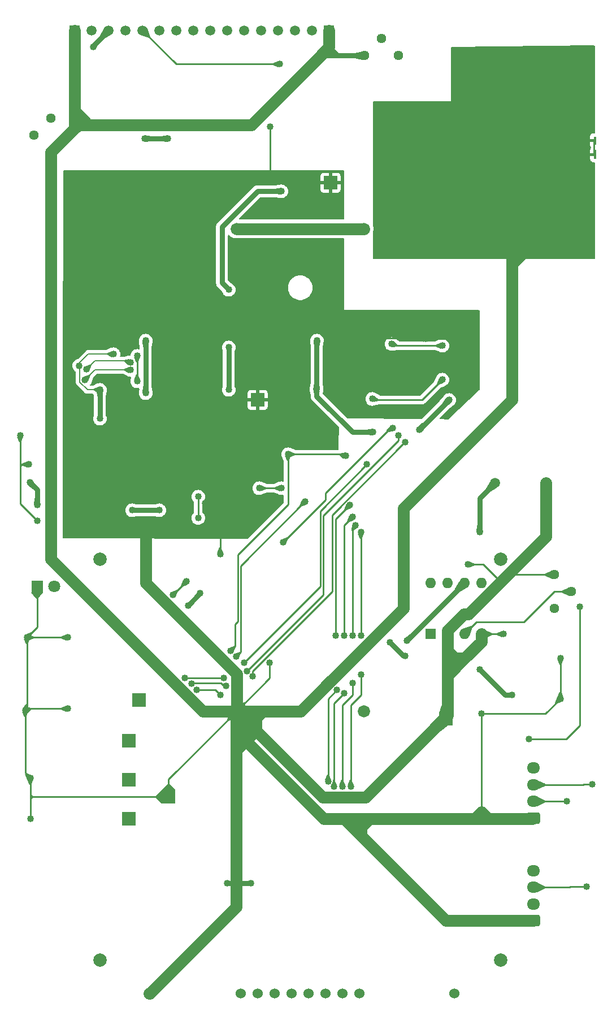
<source format=gbr>
%TF.GenerationSoftware,KiCad,Pcbnew,8.0.1*%
%TF.CreationDate,2024-04-03T00:57:57-07:00*%
%TF.ProjectId,ee110_alpha_board,65653131-305f-4616-9c70-68615f626f61,0.1*%
%TF.SameCoordinates,Original*%
%TF.FileFunction,Copper,L2,Bot*%
%TF.FilePolarity,Positive*%
%FSLAX46Y46*%
G04 Gerber Fmt 4.6, Leading zero omitted, Abs format (unit mm)*
G04 Created by KiCad (PCBNEW 8.0.1) date 2024-04-03 00:57:57*
%MOMM*%
%LPD*%
G01*
G04 APERTURE LIST*
G04 Aperture macros list*
%AMRoundRect*
0 Rectangle with rounded corners*
0 $1 Rounding radius*
0 $2 $3 $4 $5 $6 $7 $8 $9 X,Y pos of 4 corners*
0 Add a 4 corners polygon primitive as box body*
4,1,4,$2,$3,$4,$5,$6,$7,$8,$9,$2,$3,0*
0 Add four circle primitives for the rounded corners*
1,1,$1+$1,$2,$3*
1,1,$1+$1,$4,$5*
1,1,$1+$1,$6,$7*
1,1,$1+$1,$8,$9*
0 Add four rect primitives between the rounded corners*
20,1,$1+$1,$2,$3,$4,$5,0*
20,1,$1+$1,$4,$5,$6,$7,0*
20,1,$1+$1,$6,$7,$8,$9,0*
20,1,$1+$1,$8,$9,$2,$3,0*%
G04 Aperture macros list end*
%TA.AperFunction,ComponentPad*%
%ADD10R,2.000000X2.000000*%
%TD*%
%TA.AperFunction,ComponentPad*%
%ADD11R,0.410000X1.220000*%
%TD*%
%TA.AperFunction,ComponentPad*%
%ADD12R,0.410000X1.360000*%
%TD*%
%TA.AperFunction,ComponentPad*%
%ADD13C,1.508000*%
%TD*%
%TA.AperFunction,ComponentPad*%
%ADD14R,1.800000X1.800000*%
%TD*%
%TA.AperFunction,ComponentPad*%
%ADD15C,1.800000*%
%TD*%
%TA.AperFunction,WasherPad*%
%ADD16C,2.000000*%
%TD*%
%TA.AperFunction,ComponentPad*%
%ADD17C,1.524000*%
%TD*%
%TA.AperFunction,ComponentPad*%
%ADD18C,1.440000*%
%TD*%
%TA.AperFunction,ComponentPad*%
%ADD19O,1.950000X1.700000*%
%TD*%
%TA.AperFunction,ComponentPad*%
%ADD20RoundRect,0.250000X0.725000X-0.600000X0.725000X0.600000X-0.725000X0.600000X-0.725000X-0.600000X0*%
%TD*%
%TA.AperFunction,ComponentPad*%
%ADD21R,1.600000X1.600000*%
%TD*%
%TA.AperFunction,ComponentPad*%
%ADD22O,1.600000X1.600000*%
%TD*%
%TA.AperFunction,ComponentPad*%
%ADD23R,1.500000X1.500000*%
%TD*%
%TA.AperFunction,ComponentPad*%
%ADD24C,1.500000*%
%TD*%
%TA.AperFunction,ComponentPad*%
%ADD25C,1.828800*%
%TD*%
%TA.AperFunction,ViaPad*%
%ADD26C,1.016000*%
%TD*%
%TA.AperFunction,ViaPad*%
%ADD27C,1.778000*%
%TD*%
%TA.AperFunction,Conductor*%
%ADD28C,0.279400*%
%TD*%
%TA.AperFunction,Conductor*%
%ADD29C,0.152400*%
%TD*%
%TA.AperFunction,Conductor*%
%ADD30C,1.778000*%
%TD*%
%TA.AperFunction,Conductor*%
%ADD31C,0.762000*%
%TD*%
G04 APERTURE END LIST*
D10*
%TO.P,,1,1*%
%TO.N,GND*%
X90932000Y-59182000D03*
%TD*%
%TO.P,,1,1*%
%TO.N,GND*%
X80010000Y-91694000D03*
%TD*%
%TO.P,,1,1*%
%TO.N,GND*%
X108204000Y-139446000D03*
%TD*%
%TO.P,TP1,1,1*%
%TO.N,/gpio/TEST_BUTTON*%
X60706000Y-142748000D03*
%TD*%
%TO.P,TP2,1,1*%
%TO.N,/gpio/TEST_GREEN*%
X60706000Y-148590000D03*
%TD*%
%TO.P,TP3,1,1*%
%TO.N,/gpio/TEST_BLUE*%
X60706000Y-154432000D03*
%TD*%
D11*
%TO.P,AE1,2,PCB_Trace*%
%TO.N,GND*%
X130546000Y-52864000D03*
D12*
X130556000Y-54934000D03*
%TD*%
D13*
%TO.P,LS1,M,2*%
%TO.N,GND*%
X123180000Y-104140000D03*
%TO.P,LS1,P,1*%
%TO.N,Net-(LS1-1)*%
X115580000Y-104140000D03*
%TD*%
D14*
%TO.P,D1,1,K*%
%TO.N,GND*%
X46990000Y-119634000D03*
D15*
%TO.P,D1,2,A*%
%TO.N,Net-(D1-A)*%
X49530000Y-119634000D03*
%TD*%
D16*
%TO.P,J3,*%
%TO.N,*%
X56420000Y-115570000D03*
X56420000Y-175570000D03*
X116420000Y-115570000D03*
X116420000Y-175570000D03*
D17*
%TO.P,J3,1,R4*%
%TO.N,Net-(D7-A)*%
X77530000Y-180570000D03*
%TO.P,J3,2,R3*%
%TO.N,Net-(D6-A)*%
X80070000Y-180570000D03*
%TO.P,J3,3,R2*%
%TO.N,Net-(D5-A)*%
X82610000Y-180570000D03*
%TO.P,J3,4,R1*%
%TO.N,Net-(D4-A)*%
X85150000Y-180570000D03*
%TO.P,J3,5,C1*%
%TO.N,/gpio/KEYPAD_COL1*%
X87690000Y-180570000D03*
%TO.P,J3,6,C2*%
%TO.N,/gpio/KEYPAD_COL2*%
X90230000Y-180570000D03*
%TO.P,J3,7,C3*%
%TO.N,/gpio/KEYPAD_COL3*%
X92770000Y-180570000D03*
%TO.P,J3,8,C4*%
%TO.N,/gpio/KEYPAD_COL4*%
X95310000Y-180570000D03*
%TD*%
D18*
%TO.P,RV2,1,1*%
%TO.N,+5V*%
X101092000Y-40132000D03*
%TO.P,RV2,2,2*%
%TO.N,Net-(DS1-PadA)*%
X98552000Y-37592000D03*
%TO.P,RV2,3,3*%
%TO.N,GND*%
X96012000Y-40132000D03*
%TD*%
%TO.P,RV3,1,1*%
%TO.N,/gpio/SPKR*%
X124460000Y-122936000D03*
%TO.P,RV3,2,2*%
%TO.N,Net-(U7-+)*%
X127000000Y-120396000D03*
%TO.P,RV3,3,3*%
%TO.N,GND*%
X124460000Y-117856000D03*
%TD*%
D19*
%TO.P,J6,4*%
%TO.N,Net-(D11-K)*%
X121340000Y-162172000D03*
%TO.P,J6,3*%
%TO.N,/gpio/SERVO2_PWM*%
X121340000Y-164672000D03*
%TO.P,J6,2*%
%TO.N,Net-(J6-Pad2)*%
X121340000Y-167172000D03*
D20*
%TO.P,J6,1*%
%TO.N,GND*%
X121340000Y-169672000D03*
%TD*%
D18*
%TO.P,RV1,1,1*%
%TO.N,+5V*%
X49022000Y-49530000D03*
%TO.P,RV1,2,2*%
%TO.N,Net-(DS1-V0)*%
X46482000Y-52070000D03*
%TO.P,RV1,3,3*%
%TO.N,GND*%
X49022000Y-54610000D03*
%TD*%
D21*
%TO.P,U7,1,GAIN*%
%TO.N,Net-(C26-Pad1)*%
X105928000Y-126736000D03*
D22*
%TO.P,U7,2,-*%
%TO.N,GND*%
X108468000Y-126736000D03*
%TO.P,U7,3,+*%
%TO.N,Net-(U7-+)*%
X111008000Y-126736000D03*
%TO.P,U7,4,GND*%
%TO.N,GND*%
X113548000Y-126736000D03*
%TO.P,U7,5*%
%TO.N,Net-(C24-Pad1)*%
X113548000Y-119116000D03*
%TO.P,U7,6,V+*%
%TO.N,+5V*%
X111008000Y-119116000D03*
%TO.P,U7,7,BYPASS*%
%TO.N,Net-(U7-BYPASS)*%
X108468000Y-119116000D03*
%TO.P,U7,8,GAIN*%
%TO.N,Net-(C26-Pad2)*%
X105928000Y-119116000D03*
%TD*%
D19*
%TO.P,J5,4*%
%TO.N,Net-(D10-K)*%
X121340000Y-146805000D03*
%TO.P,J5,3*%
%TO.N,/gpio/SERVO1_PWM*%
X121340000Y-149305000D03*
%TO.P,J5,2*%
%TO.N,Net-(J5-Pad2)*%
X121340000Y-151805000D03*
D20*
%TO.P,J5,1*%
%TO.N,GND*%
X121340000Y-154305000D03*
%TD*%
D23*
%TO.P,DS1,1,VSS*%
%TO.N,GND*%
X52620000Y-36335000D03*
D24*
%TO.P,DS1,2,VDD*%
%TO.N,+5V*%
X55160000Y-36335000D03*
%TO.P,DS1,3,V0*%
%TO.N,Net-(DS1-V0)*%
X57700000Y-36335000D03*
%TO.P,DS1,4,RS*%
%TO.N,/gpio/LCD_RS*%
X60240000Y-36335000D03*
%TO.P,DS1,5,R/W*%
%TO.N,/gpio/LCD_RW*%
X62780000Y-36335000D03*
%TO.P,DS1,6,E*%
%TO.N,/gpio/LCD_E*%
X65320000Y-36335000D03*
%TO.P,DS1,7,DB0*%
%TO.N,Net-(DS1-DB0)*%
X67860000Y-36335000D03*
%TO.P,DS1,8,DB1*%
%TO.N,Net-(DS1-DB1)*%
X70400000Y-36335000D03*
%TO.P,DS1,9,DB2*%
%TO.N,Net-(DS1-DB2)*%
X72940000Y-36335000D03*
%TO.P,DS1,10,DB3*%
%TO.N,Net-(DS1-DB3)*%
X75480000Y-36335000D03*
%TO.P,DS1,11,DB4*%
%TO.N,Net-(DS1-DB4)*%
X78020000Y-36335000D03*
%TO.P,DS1,12,DB5*%
%TO.N,Net-(DS1-DB5)*%
X80560000Y-36335000D03*
%TO.P,DS1,13,DB6*%
%TO.N,Net-(DS1-DB6)*%
X83100000Y-36335000D03*
%TO.P,DS1,14,DB7*%
%TO.N,Net-(DS1-DB7)*%
X85640000Y-36335000D03*
%TO.P,DS1,A,A*%
%TO.N,Net-(DS1-PadA)*%
X88180000Y-36335000D03*
D23*
%TO.P,DS1,K,K*%
%TO.N,GND*%
X90720000Y-36335000D03*
%TD*%
D10*
%TO.P,TP5,1,1*%
%TO.N,GND*%
X66675000Y-151130000D03*
%TD*%
%TO.P,TP4,1,1*%
%TO.N,+3.3V*%
X62230000Y-136652000D03*
%TD*%
D17*
%TO.P,J1,2,Pin_2*%
%TO.N,GND*%
X63754000Y-180594000D03*
%TO.P,J1,1,Pin_1*%
%TO.N,+VBAT*%
X109474000Y-180594000D03*
%TD*%
D25*
%TO.P,B1,1*%
%TO.N,Net-(B1-Pad1)*%
X76856900Y-66065400D03*
%TO.P,B1,2*%
%TO.N,GND*%
X76856900Y-138328400D03*
%TO.P,B1,3*%
%TO.N,Net-(B1-Pad1)*%
X95983100Y-66065400D03*
%TO.P,B1,4*%
%TO.N,+VBAT*%
X95983100Y-138328400D03*
%TD*%
D26*
%TO.N,+3.3V*%
X75692000Y-83820000D03*
X75692000Y-75184000D03*
X75692000Y-90170000D03*
X69575960Y-122448040D03*
X71374000Y-120650000D03*
%TO.N,/gpio/TEST_BUTTON*%
X77978000Y-131064000D03*
X74930000Y-133350000D03*
%TO.N,/gpio/TEST_GREEN*%
X78421815Y-132269815D03*
X75259900Y-134531276D03*
%TO.N,/gpio/TEST_BLUE*%
X79248000Y-133096000D03*
X74460100Y-135890000D03*
%TO.N,GND*%
X112776000Y-54610000D03*
X108712000Y-54610000D03*
X98552000Y-64770000D03*
X108966000Y-67818000D03*
D27*
X94234000Y-85344000D03*
X96266000Y-87630000D03*
D26*
%TO.N,Net-(J2-~{SRST})*%
X71120000Y-106172000D03*
X71120000Y-109366000D03*
%TO.N,+3.3V*%
X56388000Y-94488000D03*
X61214000Y-108204000D03*
X65278000Y-108204000D03*
%TO.N,GND*%
X81788000Y-131064000D03*
%TO.N,/gpio/TEST_BLUE*%
X70884000Y-135110000D03*
X102108000Y-98044000D03*
%TO.N,/gpio/TEST_GREEN*%
X70104000Y-134189250D03*
X101092000Y-97028000D03*
%TO.N,/gpio/TEST_BUTTON*%
X69088000Y-133300250D03*
X96398101Y-101346000D03*
%TO.N,GND*%
X46990000Y-109765000D03*
X45974000Y-154432000D03*
X81915000Y-50800000D03*
%TO.N,+3.3V*%
X102108000Y-130048000D03*
X113284000Y-132080000D03*
%TO.N,GND*%
X113538000Y-138684000D03*
%TO.N,/gpio/SERVO2_POS*%
X128270000Y-122682000D03*
%TO.N,+3.3V*%
X99822000Y-128016000D03*
X118110000Y-135890000D03*
%TO.N,/gpio/SERVO2_POS*%
X120650000Y-142494000D03*
%TO.N,/gpio/SERVO2_PWM*%
X129286000Y-164592000D03*
%TO.N,/gpio/SERVO1_PWM*%
X130175000Y-149225000D03*
%TO.N,Net-(J5-Pad2)*%
X126365000Y-151765000D03*
%TO.N,GND*%
X122174000Y-63500000D03*
X52832000Y-91862300D03*
X52324000Y-111506000D03*
X125398500Y-130314500D03*
X105156000Y-82550000D03*
X97028000Y-84582000D03*
X123190000Y-67310000D03*
X112522000Y-85344000D03*
X120650000Y-40640000D03*
X45212000Y-138176000D03*
X127254000Y-67310000D03*
X85852000Y-88900000D03*
X91694000Y-70866000D03*
X124714000Y-41656000D03*
X128778000Y-58166000D03*
X82296000Y-58166000D03*
X97282000Y-93980000D03*
X128778000Y-62992000D03*
X78994000Y-164084000D03*
X122174000Y-44450000D03*
X112522000Y-84328000D03*
X44450000Y-97028000D03*
X116840000Y-126746000D03*
X87376000Y-80010000D03*
X51562000Y-127254000D03*
X72390000Y-99822000D03*
X121158000Y-56896000D03*
X128016000Y-54102000D03*
X122936000Y-47752000D03*
X74422000Y-114808000D03*
X106172000Y-87376000D03*
X124968000Y-45720000D03*
X127508000Y-40132000D03*
X85090000Y-91440000D03*
X45974000Y-148336000D03*
X111252000Y-79502000D03*
X125398500Y-136410500D03*
X120396000Y-68834000D03*
X125222000Y-58166000D03*
X128270000Y-43688000D03*
X45466000Y-127254000D03*
X125730000Y-62484000D03*
X111506000Y-116332000D03*
X51816000Y-96774000D03*
X127508000Y-47752000D03*
X58420000Y-89916000D03*
X119126000Y-54610000D03*
X75438000Y-164084000D03*
X45720000Y-101346000D03*
X51562000Y-137922000D03*
X59944000Y-89154000D03*
X120650000Y-62230000D03*
X51308000Y-85344000D03*
X112522000Y-87122000D03*
X72136000Y-107188000D03*
%TO.N,Net-(U4-VDDS)*%
X104267000Y-96139000D03*
X88900000Y-82804000D03*
X97282000Y-96520000D03*
X108712000Y-91694000D03*
X88842243Y-90170000D03*
%TO.N,Net-(U4-VDDR)*%
X100076000Y-83309899D03*
X107696000Y-83566000D03*
%TO.N,+3.3V*%
X53276318Y-86562581D03*
X56380000Y-90170000D03*
X83566000Y-60452000D03*
X46990000Y-107442000D03*
X58420000Y-84836000D03*
X45882585Y-104048585D03*
%TO.N,Net-(J2-~{SRST})*%
X100291900Y-95885000D03*
X83820000Y-113030000D03*
%TO.N,+5V*%
X102362000Y-127762000D03*
X63246000Y-90678000D03*
X66548000Y-52578000D03*
X63119000Y-52578000D03*
X63246000Y-82804000D03*
%TO.N,/gpio/LCD_RW*%
X83312000Y-41402000D03*
%TO.N,/gpio/KEYPAD_ROWA*%
X76772185Y-130112185D03*
X87122000Y-106934000D03*
%TO.N,/gpio/KEYPAD_ROWB*%
X84582000Y-99822000D03*
X75946000Y-129286000D03*
X93218000Y-100076000D03*
%TO.N,/gpio/KEYPAD_COL1*%
X90593915Y-148800205D03*
X91694000Y-127000000D03*
X91909245Y-135108777D03*
X93797903Y-107442000D03*
%TO.N,/gpio/KEYPAD_COL2*%
X92955960Y-135627960D03*
X91440000Y-149606000D03*
X92964000Y-127000000D03*
X94234000Y-109220000D03*
%TO.N,/gpio/KEYPAD_COL3*%
X94234000Y-134112000D03*
X94234000Y-127000000D03*
X94705133Y-110445585D03*
X92710000Y-149606000D03*
%TO.N,/gpio/KEYPAD_COL4*%
X95504000Y-132842000D03*
X95504000Y-127000000D03*
X93980000Y-149606000D03*
X95504000Y-111506000D03*
%TO.N,Net-(D2-K)*%
X80264000Y-104902000D03*
X83566000Y-104902000D03*
%TO.N,Net-(U4-DCDC_SW)*%
X97188308Y-91533692D03*
X107696000Y-88646000D03*
%TO.N,Net-(U3-MR)*%
X69342000Y-118872000D03*
X67310000Y-120904000D03*
%TO.N,/gpio/SPI_MOSI*%
X61976000Y-85090000D03*
X61976000Y-88900000D03*
%TO.N,/gpio/SPI_SCLK*%
X60960000Y-87207803D03*
X54160659Y-88702854D03*
%TO.N,/gpio/SPI_MISO*%
X54356000Y-87122000D03*
X60960000Y-86039400D03*
%TO.N,Net-(LS1-1)*%
X113284000Y-111506000D03*
%TO.N,Net-(DS1-V0)*%
X55372000Y-38862000D03*
%TD*%
D28*
%TO.N,Net-(U4-DCDC_SW)*%
X104648000Y-91694000D02*
X107696000Y-88646000D01*
X97188308Y-91533692D02*
X97348616Y-91694000D01*
X97348616Y-91694000D02*
X104648000Y-91694000D01*
%TO.N,Net-(J2-~{SRST})*%
X90170000Y-105664000D02*
X90170000Y-106680000D01*
X100291900Y-95885000D02*
X99949000Y-95885000D01*
X90170000Y-106680000D02*
X83820000Y-113030000D01*
X99949000Y-95885000D02*
X90170000Y-105664000D01*
D29*
%TO.N,/gpio/SPI_SCLK*%
X55655710Y-87207803D02*
X60960000Y-87207803D01*
X54160659Y-88702854D02*
X55655710Y-87207803D01*
D28*
%TO.N,/gpio/TEST_BLUE*%
X73680100Y-135110000D02*
X70884000Y-135110000D01*
X74460100Y-135890000D02*
X73680100Y-135110000D01*
%TO.N,GND*%
X74422000Y-114808000D02*
X74422000Y-112268000D01*
D30*
X79756000Y-139344400D02*
X80772000Y-138328400D01*
X80772000Y-138328400D02*
X86461600Y-138328400D01*
X79756000Y-139446000D02*
X79756000Y-141224000D01*
X79756000Y-138328400D02*
X80772000Y-138328400D01*
X79756000Y-139446000D02*
X79756000Y-139344400D01*
X79756000Y-138328400D02*
X79756000Y-139446000D01*
X76856900Y-138328400D02*
X79756000Y-138328400D01*
X95504000Y-155702000D02*
X95504000Y-154432000D01*
X95504000Y-156972000D02*
X95504000Y-155702000D01*
X96774000Y-154432000D02*
X95504000Y-154432000D01*
X112522000Y-154432000D02*
X96774000Y-154432000D01*
X96774000Y-154432000D02*
X95504000Y-155702000D01*
X95502250Y-156973750D02*
X95504000Y-156972000D01*
X95504000Y-154432000D02*
X92960500Y-154432000D01*
X95502250Y-156973750D02*
X92960500Y-154432000D01*
X108200500Y-169672000D02*
X95502250Y-156973750D01*
X109541685Y-130359685D02*
X108468000Y-129286000D01*
X108468000Y-129286000D02*
X108468000Y-126736000D01*
X108468000Y-129794000D02*
X108468000Y-129286000D01*
X111055685Y-130359685D02*
X110039685Y-131375685D01*
X113548000Y-127867370D02*
X111055685Y-130359685D01*
X111055685Y-130359685D02*
X109541685Y-130359685D01*
X110039685Y-131365685D02*
X108468000Y-129794000D01*
X110039685Y-131375685D02*
X108468000Y-132947370D01*
X108468000Y-133096000D02*
X108468000Y-129794000D01*
X110039685Y-131375685D02*
X110039685Y-131365685D01*
D31*
X91948000Y-40132000D02*
X91948000Y-40091000D01*
X91948000Y-40132000D02*
X89451000Y-40132000D01*
X91948000Y-40091000D02*
X90720000Y-38863000D01*
X96012000Y-40132000D02*
X91948000Y-40132000D01*
D30*
X52651000Y-48514000D02*
X54610000Y-50473000D01*
X52620000Y-48514000D02*
X52651000Y-48514000D01*
X54610000Y-50473000D02*
X53159000Y-50473000D01*
X79110000Y-50473000D02*
X54610000Y-50473000D01*
X52620000Y-48514000D02*
X52620000Y-36335000D01*
X52620000Y-51012000D02*
X52620000Y-48514000D01*
D31*
%TO.N,+3.3V*%
X75692000Y-90170000D02*
X75692000Y-83820000D01*
X80010000Y-60452000D02*
X83566000Y-60452000D01*
X74676000Y-65786000D02*
X80010000Y-60452000D01*
X75692000Y-75184000D02*
X74676000Y-74168000D01*
X74676000Y-74168000D02*
X74676000Y-65786000D01*
D28*
%TO.N,/gpio/TEST_GREEN*%
X74979763Y-134531276D02*
X75259900Y-134531276D01*
X74560487Y-134112000D02*
X74979763Y-134531276D01*
X70181250Y-134112000D02*
X74560487Y-134112000D01*
X70104000Y-134189250D02*
X70181250Y-134112000D01*
%TO.N,/gpio/TEST_BUTTON*%
X69088000Y-133300250D02*
X69137750Y-133350000D01*
X69137750Y-133350000D02*
X74930000Y-133350000D01*
D30*
%TO.N,GND*%
X49022000Y-115506500D02*
X49022000Y-54610000D01*
X71843900Y-138328400D02*
X49022000Y-115506500D01*
X76856900Y-138328400D02*
X71843900Y-138328400D01*
D31*
%TO.N,+3.3V*%
X71374000Y-120650000D02*
X69575960Y-122448040D01*
D30*
%TO.N,GND*%
X76835000Y-143764000D02*
X77216000Y-143764000D01*
X89735000Y-151203000D02*
X79756000Y-141224000D01*
X77216000Y-143764000D02*
X79756000Y-141224000D01*
X76835000Y-143764000D02*
X76835000Y-138350300D01*
X79756000Y-141224000D02*
X79248000Y-140716000D01*
X76835000Y-164084000D02*
X76835000Y-143764000D01*
X78232000Y-141986000D02*
X78232000Y-140970000D01*
X78232000Y-142748000D02*
X78232000Y-141986000D01*
X78740000Y-143256000D02*
X78232000Y-142748000D01*
X89916000Y-154432000D02*
X78740000Y-143256000D01*
X92960500Y-154432000D02*
X89916000Y-154432000D01*
X79244500Y-140716000D02*
X79248000Y-140716000D01*
X108468000Y-138924500D02*
X108468000Y-133096000D01*
X76856900Y-138328400D02*
X79244500Y-140716000D01*
X96189500Y-151203000D02*
X89735000Y-151203000D01*
X108468000Y-138924500D02*
X96189500Y-151203000D01*
D28*
%TO.N,/gpio/TEST_BUTTON*%
X89408000Y-108336101D02*
X96398101Y-101346000D01*
X89408000Y-119634000D02*
X89408000Y-108336101D01*
X77978000Y-131064000D02*
X89408000Y-119634000D01*
%TO.N,/gpio/KEYPAD_ROWA*%
X87049000Y-106934000D02*
X87122000Y-106934000D01*
X77470000Y-116513000D02*
X87049000Y-106934000D01*
X77470000Y-129414370D02*
X77470000Y-116513000D01*
X76772185Y-130112185D02*
X77470000Y-129414370D01*
%TO.N,/gpio/KEYPAD_ROWB*%
X84582000Y-107326487D02*
X84582000Y-99822000D01*
X77038200Y-114870287D02*
X84582000Y-107326487D01*
X77038200Y-124891800D02*
X77038200Y-114870287D01*
X76668910Y-125261090D02*
X77038200Y-124891800D01*
X76668910Y-128563090D02*
X76668910Y-125261090D01*
X75946000Y-129286000D02*
X76668910Y-128563090D01*
%TO.N,/gpio/TEST_GREEN*%
X101092000Y-97783614D02*
X101092000Y-97028000D01*
X89839800Y-109035814D02*
X101092000Y-97783614D01*
X89839800Y-120851830D02*
X89839800Y-109035814D01*
X78421815Y-132269815D02*
X89839800Y-120851830D01*
%TO.N,/gpio/TEST_BLUE*%
X102064390Y-98044000D02*
X102108000Y-98044000D01*
X91186000Y-108922390D02*
X102064390Y-98044000D01*
X79248000Y-133096000D02*
X79248000Y-132334000D01*
X79248000Y-132334000D02*
X91186000Y-120396000D01*
X91186000Y-120396000D02*
X91186000Y-108922390D01*
%TO.N,GND*%
X76856900Y-138281100D02*
X76856900Y-138328400D01*
X81788000Y-133350000D02*
X76856900Y-138281100D01*
X81788000Y-131064000D02*
X81788000Y-133350000D01*
D30*
X63246000Y-119098500D02*
X63246000Y-111760000D01*
X76856900Y-132709400D02*
X63246000Y-119098500D01*
X76856900Y-138328400D02*
X76856900Y-132709400D01*
X118110000Y-71374000D02*
X120396000Y-69088000D01*
X118110000Y-71374000D02*
X118110000Y-70104000D01*
X120396000Y-69088000D02*
X120396000Y-68834000D01*
X118110000Y-91694000D02*
X118110000Y-71374000D01*
D28*
%TO.N,Net-(J2-~{SRST})*%
X71120000Y-108458000D02*
X71120000Y-106172000D01*
X71120000Y-109366000D02*
X71120000Y-108458000D01*
D31*
%TO.N,+3.3V*%
X56388000Y-90178000D02*
X56380000Y-90170000D01*
X56388000Y-94488000D02*
X56388000Y-90178000D01*
X65278000Y-108204000D02*
X61214000Y-108204000D01*
D28*
%TO.N,/gpio/KEYPAD_ROWB*%
X84582000Y-99822000D02*
X92964000Y-99822000D01*
X92964000Y-99822000D02*
X93218000Y-100076000D01*
%TO.N,GND*%
X44450000Y-101600000D02*
X44450000Y-107225000D01*
X44704000Y-101346000D02*
X44450000Y-101600000D01*
X44450000Y-101346000D02*
X44450000Y-101600000D01*
X44704000Y-101346000D02*
X44450000Y-101346000D01*
X45720000Y-101346000D02*
X44704000Y-101346000D01*
X44450000Y-97028000D02*
X44450000Y-101346000D01*
X44450000Y-107225000D02*
X46990000Y-109765000D01*
X46990000Y-125730000D02*
X45466000Y-127254000D01*
X46990000Y-119634000D02*
X46990000Y-125730000D01*
X45974000Y-150876000D02*
X45974000Y-148336000D01*
X46228000Y-151130000D02*
X45974000Y-150876000D01*
X45974000Y-151130000D02*
X45974000Y-150876000D01*
X46482000Y-151130000D02*
X46228000Y-151130000D01*
X45974000Y-154432000D02*
X45974000Y-151384000D01*
X45974000Y-151384000D02*
X45974000Y-151130000D01*
X46482000Y-151130000D02*
X45974000Y-151130000D01*
X66675000Y-151130000D02*
X46482000Y-151130000D01*
X46228000Y-151130000D02*
X45974000Y-151384000D01*
X45212000Y-147574000D02*
X45974000Y-148336000D01*
X45212000Y-138176000D02*
X45212000Y-147574000D01*
X45466000Y-137922000D02*
X45212000Y-138176000D01*
X45466000Y-127254000D02*
X45466000Y-137922000D01*
X51562000Y-127254000D02*
X45466000Y-127254000D01*
X51562000Y-137922000D02*
X45466000Y-137922000D01*
X81915000Y-50800000D02*
X81915000Y-57785000D01*
X81915000Y-57785000D02*
X82296000Y-58166000D01*
D30*
X89239000Y-40344000D02*
X79110000Y-50473000D01*
X90720000Y-38863000D02*
X89239000Y-40344000D01*
D31*
X89451000Y-40132000D02*
X89239000Y-40344000D01*
D30*
X53159000Y-50473000D02*
X52620000Y-51012000D01*
X90720000Y-36335000D02*
X90720000Y-38863000D01*
X49022000Y-54610000D02*
X52620000Y-51012000D01*
D28*
X66675000Y-151130000D02*
X66675000Y-148510300D01*
X66675000Y-148510300D02*
X76856900Y-138328400D01*
X111506000Y-116332000D02*
X113792000Y-116332000D01*
D30*
X116397725Y-118937725D02*
X111596150Y-123739300D01*
X117413725Y-117921725D02*
X116397725Y-118937725D01*
D28*
X113792000Y-116332000D02*
X116397725Y-118937725D01*
X116830000Y-126736000D02*
X113548000Y-126736000D01*
X116840000Y-126746000D02*
X116830000Y-126736000D01*
D30*
X108468000Y-132947370D02*
X108468000Y-133096000D01*
X113548000Y-126736000D02*
X113548000Y-127867370D01*
D28*
X117479450Y-117856000D02*
X117413725Y-117921725D01*
X124460000Y-117856000D02*
X117479450Y-117856000D01*
D30*
X123180000Y-112155450D02*
X117413725Y-117921725D01*
X111596150Y-123739300D02*
X110956700Y-123739300D01*
X123180000Y-104140000D02*
X123180000Y-112155450D01*
X108468000Y-126228000D02*
X110956700Y-123739300D01*
X108468000Y-126736000D02*
X108468000Y-126228000D01*
D31*
%TO.N,+3.3V*%
X101854000Y-130048000D02*
X99822000Y-128016000D01*
X102108000Y-130048000D02*
X101854000Y-130048000D01*
X117094000Y-135890000D02*
X113284000Y-132080000D01*
X118110000Y-135890000D02*
X117094000Y-135890000D01*
D28*
%TO.N,Net-(U7-+)*%
X112776000Y-124968000D02*
X111008000Y-126736000D01*
X119888000Y-124968000D02*
X112776000Y-124968000D01*
X124460000Y-120396000D02*
X119888000Y-124968000D01*
X127000000Y-120396000D02*
X124460000Y-120396000D01*
D30*
%TO.N,GND*%
X113538000Y-153416000D02*
X114554000Y-154432000D01*
X114554000Y-154432000D02*
X113538000Y-154432000D01*
X121213000Y-154432000D02*
X114554000Y-154432000D01*
D28*
X113538000Y-153416000D02*
X113538000Y-154432000D01*
D30*
X113538000Y-154432000D02*
X112522000Y-154432000D01*
D28*
X113538000Y-138684000D02*
X113538000Y-153416000D01*
D30*
X112522000Y-154432000D02*
X113538000Y-153416000D01*
D28*
X123125000Y-138684000D02*
X113538000Y-138684000D01*
X125398500Y-136410500D02*
X123125000Y-138684000D01*
X125398500Y-130314500D02*
X125398500Y-136410500D01*
%TO.N,/gpio/SERVO2_POS*%
X128270000Y-140462000D02*
X128270000Y-122682000D01*
X126238000Y-142494000D02*
X128270000Y-140462000D01*
X120650000Y-142494000D02*
X126238000Y-142494000D01*
%TO.N,/gpio/SERVO2_PWM*%
X126793000Y-164672000D02*
X121340000Y-164672000D01*
X126873000Y-164592000D02*
X126793000Y-164672000D01*
X129286000Y-164592000D02*
X126873000Y-164592000D01*
%TO.N,/gpio/SERVO1_PWM*%
X128905000Y-149225000D02*
X128825000Y-149305000D01*
X130175000Y-149225000D02*
X128905000Y-149225000D01*
X128825000Y-149305000D02*
X121340000Y-149305000D01*
%TO.N,Net-(J5-Pad2)*%
X126365000Y-151765000D02*
X126325000Y-151805000D01*
X126325000Y-151805000D02*
X121340000Y-151805000D01*
D30*
%TO.N,Net-(B1-Pad1)*%
X76856900Y-66065400D02*
X95983100Y-66065400D01*
D31*
%TO.N,GND*%
X78994000Y-164084000D02*
X76835000Y-164084000D01*
D30*
X63881000Y-180594000D02*
X76835000Y-167640000D01*
D28*
X111252000Y-79502000D02*
X108204000Y-82550000D01*
D30*
X101854000Y-122936000D02*
X101854000Y-107950000D01*
X101854000Y-107950000D02*
X118110000Y-91694000D01*
X121340000Y-169672000D02*
X108200500Y-169672000D01*
X76835000Y-167640000D02*
X76835000Y-164084000D01*
D28*
X105068199Y-82462199D02*
X99147801Y-82462199D01*
X108204000Y-82550000D02*
X105156000Y-82550000D01*
D30*
X86461600Y-138328400D02*
X90312245Y-134477755D01*
X76835000Y-138350300D02*
X76856900Y-138328400D01*
X90312245Y-134477755D02*
X90312245Y-134447277D01*
D28*
X99147801Y-82462199D02*
X97028000Y-84582000D01*
D30*
X90312245Y-134447277D02*
X91247745Y-133511777D01*
X63754000Y-180594000D02*
X63881000Y-180594000D01*
D28*
X105156000Y-82550000D02*
X105068199Y-82462199D01*
D31*
X75438000Y-164084000D02*
X76835000Y-164084000D01*
D30*
X91278223Y-133511777D02*
X101854000Y-122936000D01*
X121340000Y-154305000D02*
X121213000Y-154432000D01*
X91247745Y-133511777D02*
X91278223Y-133511777D01*
D31*
%TO.N,Net-(U4-VDDS)*%
X88842243Y-82861757D02*
X88842243Y-90170000D01*
X104267000Y-96139000D02*
X108712000Y-91694000D01*
X97282000Y-96520000D02*
X94234000Y-96520000D01*
X94234000Y-96520000D02*
X88842243Y-91128243D01*
X88842243Y-91128243D02*
X88842243Y-90170000D01*
X88900000Y-82804000D02*
X88842243Y-82861757D01*
D28*
%TO.N,Net-(U4-VDDR)*%
X100332101Y-83566000D02*
X107696000Y-83566000D01*
X100076000Y-83309899D02*
X100332101Y-83566000D01*
D29*
%TO.N,+3.3V*%
X56380000Y-90170000D02*
X54516973Y-90170000D01*
X54610000Y-84836000D02*
X58420000Y-84836000D01*
X53375557Y-86070443D02*
X54610000Y-84836000D01*
D31*
X46990000Y-107442000D02*
X46990000Y-105156000D01*
D29*
X54516973Y-90170000D02*
X53375557Y-89028584D01*
X53375557Y-89028584D02*
X53375557Y-86070443D01*
D31*
X46990000Y-105156000D02*
X45882585Y-104048585D01*
%TO.N,+5V*%
X66548000Y-52578000D02*
X63119000Y-52578000D01*
X111008000Y-119116000D02*
X102362000Y-127762000D01*
X63246000Y-90678000D02*
X63246000Y-82804000D01*
D28*
%TO.N,/gpio/LCD_RW*%
X67847000Y-41402000D02*
X62780000Y-36335000D01*
X83312000Y-41402000D02*
X67847000Y-41402000D01*
%TO.N,/gpio/KEYPAD_COL1*%
X90593915Y-148800205D02*
X90678000Y-148716120D01*
X90593915Y-136424107D02*
X90593915Y-148800205D01*
X91909245Y-135108777D02*
X90593915Y-136424107D01*
X91694000Y-127000000D02*
X91694000Y-109545903D01*
X91694000Y-109545903D02*
X93797903Y-107442000D01*
%TO.N,/gpio/KEYPAD_COL2*%
X92964000Y-110490000D02*
X94234000Y-109220000D01*
X92964000Y-127000000D02*
X92964000Y-110490000D01*
X92955960Y-135627960D02*
X91440000Y-137143920D01*
X91440000Y-137143920D02*
X91440000Y-149606000D01*
%TO.N,/gpio/KEYPAD_COL3*%
X94234000Y-127000000D02*
X94234000Y-110916718D01*
X94234000Y-110916718D02*
X94705133Y-110445585D01*
X92710000Y-137414000D02*
X92710000Y-149606000D01*
X94234000Y-135890000D02*
X92710000Y-137414000D01*
X94234000Y-134112000D02*
X94234000Y-135890000D01*
%TO.N,/gpio/KEYPAD_COL4*%
X93980000Y-137414000D02*
X93980000Y-149606000D01*
X95504000Y-127000000D02*
X95504000Y-111506000D01*
X95504000Y-135890000D02*
X93980000Y-137414000D01*
X95504000Y-132842000D02*
X95504000Y-135890000D01*
%TO.N,Net-(D2-K)*%
X80264000Y-104902000D02*
X83566000Y-104902000D01*
%TO.N,Net-(U3-MR)*%
X69342000Y-118872000D02*
X67310000Y-120904000D01*
%TO.N,/gpio/SPI_MOSI*%
X61976000Y-88900000D02*
X61976000Y-85090000D01*
D29*
%TO.N,/gpio/SPI_MISO*%
X55626000Y-85852000D02*
X54356000Y-87122000D01*
X60772600Y-85852000D02*
X55626000Y-85852000D01*
X60960000Y-86039400D02*
X60772600Y-85852000D01*
D31*
%TO.N,Net-(LS1-1)*%
X113284000Y-106436000D02*
X113284000Y-111506000D01*
X115580000Y-104140000D02*
X113284000Y-106436000D01*
%TO.N,Net-(DS1-V0)*%
X55372000Y-38862000D02*
X55372000Y-38663000D01*
X55372000Y-38663000D02*
X57700000Y-36335000D01*
%TD*%
%TA.AperFunction,Conductor*%
%TO.N,GND*%
G36*
X130497808Y-38628369D02*
G01*
X130544181Y-38680631D01*
X130556000Y-38733466D01*
X130556000Y-51630000D01*
X130536315Y-51697039D01*
X130483511Y-51742794D01*
X130432000Y-51754000D01*
X130293155Y-51754000D01*
X130233627Y-51760401D01*
X130233620Y-51760403D01*
X130098913Y-51810645D01*
X130098906Y-51810649D01*
X129983812Y-51896809D01*
X129983809Y-51896812D01*
X129897649Y-52011906D01*
X129897645Y-52011913D01*
X129847403Y-52146620D01*
X129847401Y-52146627D01*
X129841000Y-52206155D01*
X129841000Y-52659000D01*
X130556000Y-52659000D01*
X130556000Y-52714000D01*
X130516163Y-52714000D01*
X130461032Y-52736836D01*
X130418836Y-52779032D01*
X130396000Y-52834163D01*
X130396000Y-52893837D01*
X130418836Y-52948968D01*
X130461032Y-52991164D01*
X130516163Y-53014000D01*
X130556000Y-53014000D01*
X130556000Y-54714000D01*
X130526163Y-54714000D01*
X130471032Y-54736836D01*
X130428836Y-54779032D01*
X130406000Y-54834163D01*
X130406000Y-54893837D01*
X130428836Y-54948968D01*
X130471032Y-54991164D01*
X130526163Y-55014000D01*
X130556000Y-55014000D01*
X130556000Y-55139000D01*
X129851000Y-55139000D01*
X129851000Y-55661844D01*
X129857401Y-55721372D01*
X129857403Y-55721379D01*
X129907645Y-55856086D01*
X129907649Y-55856093D01*
X129993809Y-55971187D01*
X129993812Y-55971190D01*
X130108906Y-56057350D01*
X130108913Y-56057354D01*
X130243620Y-56107596D01*
X130243627Y-56107598D01*
X130303155Y-56113999D01*
X130303172Y-56114000D01*
X130432000Y-56114000D01*
X130499039Y-56133685D01*
X130544794Y-56186489D01*
X130556000Y-56238000D01*
X130556000Y-70488000D01*
X130536315Y-70555039D01*
X130483511Y-70600794D01*
X130432000Y-70612000D01*
X97406000Y-70612000D01*
X97338961Y-70592315D01*
X97293206Y-70539511D01*
X97282000Y-70488000D01*
X97282000Y-66672442D01*
X97292443Y-66622634D01*
X97333516Y-66528998D01*
X97391404Y-66300404D01*
X97397483Y-66227047D01*
X97410877Y-66065405D01*
X97410877Y-66065394D01*
X97391405Y-65830404D01*
X97391403Y-65830392D01*
X97333516Y-65601803D01*
X97292444Y-65508167D01*
X97282000Y-65458357D01*
X97282000Y-53069000D01*
X129841000Y-53069000D01*
X129841000Y-53521844D01*
X129847401Y-53581372D01*
X129847403Y-53581379D01*
X129897645Y-53716086D01*
X129897646Y-53716088D01*
X129957744Y-53796368D01*
X129982161Y-53861832D01*
X129967310Y-53930105D01*
X129957744Y-53944990D01*
X129907647Y-54011911D01*
X129907645Y-54011913D01*
X129857403Y-54146620D01*
X129857401Y-54146627D01*
X129851000Y-54206155D01*
X129851000Y-54729000D01*
X130351000Y-54729000D01*
X130351000Y-53995199D01*
X130343834Y-53982076D01*
X130341000Y-53955718D01*
X130341000Y-53069000D01*
X129841000Y-53069000D01*
X97282000Y-53069000D01*
X97282000Y-47114000D01*
X97301685Y-47046961D01*
X97354489Y-47001206D01*
X97406000Y-46990000D01*
X108966000Y-46990000D01*
X108966000Y-38984549D01*
X108985685Y-38917510D01*
X109038489Y-38871755D01*
X109088539Y-38860558D01*
X130430544Y-38609475D01*
X130497808Y-38628369D01*
G37*
%TD.AperFunction*%
%TD*%
%TA.AperFunction,Conductor*%
%TO.N,GND*%
G36*
X92907039Y-57296685D02*
G01*
X92952794Y-57349489D01*
X92964000Y-57401000D01*
X92964000Y-64543900D01*
X92944315Y-64610939D01*
X92891511Y-64656694D01*
X92840000Y-64667900D01*
X77351404Y-64667900D01*
X77284365Y-64648215D01*
X77238610Y-64595411D01*
X77228666Y-64526253D01*
X77257691Y-64462697D01*
X77263723Y-64456219D01*
X80342124Y-61377819D01*
X80403447Y-61344334D01*
X80429805Y-61341500D01*
X82472294Y-61341500D01*
X82492139Y-61343448D01*
X82492152Y-61343346D01*
X82496013Y-61343828D01*
X82496414Y-61343868D01*
X82496539Y-61343892D01*
X82496547Y-61343895D01*
X82496554Y-61343895D01*
X82496560Y-61343897D01*
X82750109Y-61375589D01*
X83349932Y-61450567D01*
X83360702Y-61452858D01*
X83360753Y-61452603D01*
X83366729Y-61453791D01*
X83366731Y-61453792D01*
X83407554Y-61457812D01*
X83410686Y-61458161D01*
X83473636Y-61466030D01*
X83489163Y-61467972D01*
X83489171Y-61467972D01*
X83489173Y-61467973D01*
X83520571Y-61470922D01*
X83521999Y-61471012D01*
X83530711Y-61470827D01*
X83545484Y-61471397D01*
X83565996Y-61473418D01*
X83565999Y-61473418D01*
X83565999Y-61473417D01*
X83566000Y-61473418D01*
X83765269Y-61453792D01*
X83956880Y-61395667D01*
X84133469Y-61301278D01*
X84288252Y-61174252D01*
X84415278Y-61019469D01*
X84509667Y-60842880D01*
X84567792Y-60651269D01*
X84587418Y-60452000D01*
X84567792Y-60252731D01*
X84560849Y-60229844D01*
X89432000Y-60229844D01*
X89438401Y-60289372D01*
X89438403Y-60289379D01*
X89488645Y-60424086D01*
X89488649Y-60424093D01*
X89574809Y-60539187D01*
X89574812Y-60539190D01*
X89689906Y-60625350D01*
X89689913Y-60625354D01*
X89824620Y-60675596D01*
X89824627Y-60675598D01*
X89884155Y-60681999D01*
X89884172Y-60682000D01*
X90682000Y-60682000D01*
X90682000Y-59615012D01*
X90739007Y-59647925D01*
X90866174Y-59682000D01*
X90997826Y-59682000D01*
X91124993Y-59647925D01*
X91182000Y-59615012D01*
X91182000Y-60682000D01*
X91979828Y-60682000D01*
X91979844Y-60681999D01*
X92039372Y-60675598D01*
X92039379Y-60675596D01*
X92174086Y-60625354D01*
X92174093Y-60625350D01*
X92289187Y-60539190D01*
X92289190Y-60539187D01*
X92375350Y-60424093D01*
X92375354Y-60424086D01*
X92425596Y-60289379D01*
X92425598Y-60289372D01*
X92431999Y-60229844D01*
X92432000Y-60229827D01*
X92432000Y-59432000D01*
X91365012Y-59432000D01*
X91397925Y-59374993D01*
X91432000Y-59247826D01*
X91432000Y-59116174D01*
X91397925Y-58989007D01*
X91365012Y-58932000D01*
X92432000Y-58932000D01*
X92432000Y-58134172D01*
X92431999Y-58134155D01*
X92425598Y-58074627D01*
X92425596Y-58074620D01*
X92375354Y-57939913D01*
X92375350Y-57939906D01*
X92289190Y-57824812D01*
X92289187Y-57824809D01*
X92174093Y-57738649D01*
X92174086Y-57738645D01*
X92039379Y-57688403D01*
X92039372Y-57688401D01*
X91979844Y-57682000D01*
X91182000Y-57682000D01*
X91182000Y-58748988D01*
X91124993Y-58716075D01*
X90997826Y-58682000D01*
X90866174Y-58682000D01*
X90739007Y-58716075D01*
X90682000Y-58748988D01*
X90682000Y-57682000D01*
X89884155Y-57682000D01*
X89824627Y-57688401D01*
X89824620Y-57688403D01*
X89689913Y-57738645D01*
X89689906Y-57738649D01*
X89574812Y-57824809D01*
X89574809Y-57824812D01*
X89488649Y-57939906D01*
X89488645Y-57939913D01*
X89438403Y-58074620D01*
X89438401Y-58074627D01*
X89432000Y-58134155D01*
X89432000Y-58932000D01*
X90498988Y-58932000D01*
X90466075Y-58989007D01*
X90432000Y-59116174D01*
X90432000Y-59247826D01*
X90466075Y-59374993D01*
X90498988Y-59432000D01*
X89432000Y-59432000D01*
X89432000Y-60229844D01*
X84560849Y-60229844D01*
X84509667Y-60061120D01*
X84415278Y-59884531D01*
X84313967Y-59761082D01*
X84288252Y-59729747D01*
X84207801Y-59663724D01*
X84133469Y-59602722D01*
X84133465Y-59602720D01*
X84133463Y-59602718D01*
X83956881Y-59508333D01*
X83765271Y-59450208D01*
X83566000Y-59430582D01*
X83565999Y-59430582D01*
X83514524Y-59435651D01*
X83500094Y-59436226D01*
X83489174Y-59436026D01*
X83489168Y-59436026D01*
X83410703Y-59445834D01*
X83407481Y-59446194D01*
X83366726Y-59450208D01*
X83360762Y-59451395D01*
X83360711Y-59451141D01*
X83349942Y-59453429D01*
X82496555Y-59560103D01*
X82491349Y-59560873D01*
X82489377Y-59561165D01*
X82471234Y-59562500D01*
X79922388Y-59562500D01*
X79750549Y-59596681D01*
X79750537Y-59596684D01*
X79588670Y-59663731D01*
X79588657Y-59663738D01*
X79442977Y-59761079D01*
X79442973Y-59761082D01*
X74747838Y-64456219D01*
X74108977Y-65095080D01*
X74047027Y-65157029D01*
X73985078Y-65218978D01*
X73887738Y-65364657D01*
X73887731Y-65364670D01*
X73820684Y-65526537D01*
X73820681Y-65526549D01*
X73786500Y-65698387D01*
X73786500Y-74255612D01*
X73820681Y-74427450D01*
X73820684Y-74427462D01*
X73887731Y-74589329D01*
X73887738Y-74589342D01*
X73985079Y-74735022D01*
X73985082Y-74735026D01*
X74693013Y-75442956D01*
X74723992Y-75494641D01*
X74748333Y-75574881D01*
X74842718Y-75751463D01*
X74842720Y-75751465D01*
X74842722Y-75751469D01*
X74903724Y-75825801D01*
X74969747Y-75906252D01*
X75035770Y-75960434D01*
X75124531Y-76033278D01*
X75124534Y-76033280D01*
X75124536Y-76033281D01*
X75242472Y-76096319D01*
X75301120Y-76127667D01*
X75492731Y-76185792D01*
X75692000Y-76205418D01*
X75891269Y-76185792D01*
X76082880Y-76127667D01*
X76259469Y-76033278D01*
X76414252Y-75906252D01*
X76541278Y-75751469D01*
X76635667Y-75574880D01*
X76693792Y-75383269D01*
X76713418Y-75184000D01*
X76695288Y-74999924D01*
X84565300Y-74999924D01*
X84565301Y-74999940D01*
X84596815Y-75239316D01*
X84596816Y-75239321D01*
X84596817Y-75239327D01*
X84596818Y-75239329D01*
X84659311Y-75472560D01*
X84751714Y-75695640D01*
X84751719Y-75695651D01*
X84872442Y-75904748D01*
X84872453Y-75904764D01*
X85019438Y-76096319D01*
X85019444Y-76096326D01*
X85190173Y-76267055D01*
X85190179Y-76267060D01*
X85381744Y-76414053D01*
X85381751Y-76414057D01*
X85590848Y-76534780D01*
X85590853Y-76534782D01*
X85590856Y-76534784D01*
X85813938Y-76627188D01*
X86047173Y-76689683D01*
X86286569Y-76721200D01*
X86286576Y-76721200D01*
X86528024Y-76721200D01*
X86528031Y-76721200D01*
X86767427Y-76689683D01*
X87000662Y-76627188D01*
X87223744Y-76534784D01*
X87432856Y-76414053D01*
X87624421Y-76267060D01*
X87795160Y-76096321D01*
X87942153Y-75904756D01*
X88062884Y-75695644D01*
X88155288Y-75472562D01*
X88217783Y-75239327D01*
X88249300Y-74999931D01*
X88249300Y-74758469D01*
X88217783Y-74519073D01*
X88155288Y-74285838D01*
X88062884Y-74062756D01*
X88062882Y-74062753D01*
X88062880Y-74062748D01*
X87942157Y-73853651D01*
X87942153Y-73853644D01*
X87795160Y-73662079D01*
X87795155Y-73662073D01*
X87624426Y-73491344D01*
X87624419Y-73491338D01*
X87432864Y-73344353D01*
X87432862Y-73344351D01*
X87432856Y-73344347D01*
X87432851Y-73344344D01*
X87432848Y-73344342D01*
X87223751Y-73223619D01*
X87223740Y-73223614D01*
X87000660Y-73131211D01*
X86884044Y-73099964D01*
X86767427Y-73068717D01*
X86767421Y-73068716D01*
X86767416Y-73068715D01*
X86528040Y-73037201D01*
X86528037Y-73037200D01*
X86528031Y-73037200D01*
X86286569Y-73037200D01*
X86286563Y-73037200D01*
X86286559Y-73037201D01*
X86047183Y-73068715D01*
X86047176Y-73068716D01*
X86047173Y-73068717D01*
X85997882Y-73081924D01*
X85813939Y-73131211D01*
X85590859Y-73223614D01*
X85590848Y-73223619D01*
X85381751Y-73344342D01*
X85381735Y-73344353D01*
X85190180Y-73491338D01*
X85190173Y-73491344D01*
X85019444Y-73662073D01*
X85019438Y-73662080D01*
X84872453Y-73853635D01*
X84872442Y-73853651D01*
X84751719Y-74062748D01*
X84751714Y-74062759D01*
X84659311Y-74285839D01*
X84596818Y-74519070D01*
X84596815Y-74519083D01*
X84565301Y-74758459D01*
X84565300Y-74758475D01*
X84565300Y-74999924D01*
X76695288Y-74999924D01*
X76693792Y-74984731D01*
X76635667Y-74793120D01*
X76604615Y-74735026D01*
X76541281Y-74616536D01*
X76541280Y-74616534D01*
X76541278Y-74616531D01*
X76461295Y-74519070D01*
X76414252Y-74461747D01*
X76333801Y-74395724D01*
X76259469Y-74334722D01*
X76259465Y-74334720D01*
X76259463Y-74334718D01*
X76082881Y-74240333D01*
X76002641Y-74215992D01*
X75950956Y-74185013D01*
X75601819Y-73835876D01*
X75568334Y-73774553D01*
X75565500Y-73748195D01*
X75565500Y-67081250D01*
X75585185Y-67014211D01*
X75637989Y-66968456D01*
X75707147Y-66958512D01*
X75770703Y-66987537D01*
X75780724Y-66997262D01*
X75889893Y-67115850D01*
X75889895Y-67115852D01*
X75889899Y-67115855D01*
X76075971Y-67260681D01*
X76075978Y-67260685D01*
X76075980Y-67260687D01*
X76283369Y-67372920D01*
X76394885Y-67411203D01*
X76506397Y-67449486D01*
X76506399Y-67449486D01*
X76506401Y-67449487D01*
X76738995Y-67488300D01*
X76738996Y-67488300D01*
X76974804Y-67488300D01*
X76974805Y-67488300D01*
X77116885Y-67464590D01*
X77137295Y-67462900D01*
X92840000Y-67462900D01*
X92907039Y-67482585D01*
X92952794Y-67535389D01*
X92964000Y-67586900D01*
X92964000Y-78232000D01*
X113160000Y-78232000D01*
X113227039Y-78251685D01*
X113272794Y-78304489D01*
X113284000Y-78356000D01*
X113284000Y-90116374D01*
X113264315Y-90183413D01*
X113244927Y-90206726D01*
X108621283Y-94552749D01*
X108558953Y-94584321D01*
X108535609Y-94586395D01*
X107383101Y-94579452D01*
X107316181Y-94559364D01*
X107270745Y-94506285D01*
X107261219Y-94437068D01*
X107290626Y-94373688D01*
X107296145Y-94367795D01*
X108567607Y-93096333D01*
X108583013Y-93083684D01*
X108582949Y-93083601D01*
X108586100Y-93081149D01*
X108586350Y-93080945D01*
X108586426Y-93080892D01*
X108586447Y-93080881D01*
X109265309Y-92552876D01*
X109274543Y-92546882D01*
X109274399Y-92546666D01*
X109279465Y-92543280D01*
X109279464Y-92543280D01*
X109279469Y-92543278D01*
X109311235Y-92517206D01*
X109313609Y-92515309D01*
X109376076Y-92466726D01*
X109400232Y-92446725D01*
X109401306Y-92445779D01*
X109407403Y-92439420D01*
X109418222Y-92429406D01*
X109434252Y-92416252D01*
X109561278Y-92261469D01*
X109655667Y-92084880D01*
X109713792Y-91893269D01*
X109733418Y-91694000D01*
X109713792Y-91494731D01*
X109655667Y-91303120D01*
X109650739Y-91293901D01*
X109561281Y-91126536D01*
X109561280Y-91126534D01*
X109561278Y-91126531D01*
X109481990Y-91029917D01*
X109434252Y-90971747D01*
X109319130Y-90877271D01*
X109279469Y-90844722D01*
X109279465Y-90844720D01*
X109279463Y-90844718D01*
X109102881Y-90750333D01*
X108911271Y-90692208D01*
X108712000Y-90672582D01*
X108512728Y-90692208D01*
X108321118Y-90750333D01*
X108144536Y-90844718D01*
X108144531Y-90844721D01*
X108144531Y-90844722D01*
X107996481Y-90966223D01*
X107989747Y-90971749D01*
X107956938Y-91011726D01*
X107947141Y-91022338D01*
X107939277Y-91029917D01*
X107939273Y-91029921D01*
X107890725Y-91092340D01*
X107888702Y-91094871D01*
X107862725Y-91126525D01*
X107859343Y-91131588D01*
X107859127Y-91131444D01*
X107853133Y-91140672D01*
X107325125Y-91819541D01*
X107320783Y-91825390D01*
X107308907Y-91839149D01*
X104622085Y-94525969D01*
X104560762Y-94559454D01*
X104533657Y-94562286D01*
X93518489Y-94495929D01*
X93451569Y-94475841D01*
X93431555Y-94459612D01*
X90505635Y-91533692D01*
X96166890Y-91533692D01*
X96186516Y-91732963D01*
X96244641Y-91924573D01*
X96339026Y-92101155D01*
X96339028Y-92101157D01*
X96339030Y-92101161D01*
X96387256Y-92159925D01*
X96466055Y-92255944D01*
X96532078Y-92310126D01*
X96620839Y-92382970D01*
X96620842Y-92382972D01*
X96620844Y-92382973D01*
X96683099Y-92416249D01*
X96797428Y-92477359D01*
X96989039Y-92535484D01*
X97188308Y-92555110D01*
X97387577Y-92535484D01*
X97480022Y-92507440D01*
X97498749Y-92503310D01*
X97499871Y-92503151D01*
X97499896Y-92503150D01*
X98237698Y-92344955D01*
X98263694Y-92342200D01*
X104711845Y-92342200D01*
X104796092Y-92325441D01*
X104837073Y-92317290D01*
X104955038Y-92268427D01*
X105061204Y-92197490D01*
X107339909Y-89918782D01*
X107378855Y-89892443D01*
X108081600Y-89592134D01*
X108081934Y-89591970D01*
X108085989Y-89590142D01*
X108086875Y-89589668D01*
X108086880Y-89589667D01*
X108087293Y-89589446D01*
X108091290Y-89587401D01*
X108128045Y-89569457D01*
X108128386Y-89569199D01*
X108144707Y-89558757D01*
X108263469Y-89495278D01*
X108418252Y-89368252D01*
X108545278Y-89213469D01*
X108639667Y-89036880D01*
X108697792Y-88845269D01*
X108717418Y-88646000D01*
X108697792Y-88446731D01*
X108639667Y-88255120D01*
X108592163Y-88166247D01*
X108545281Y-88078536D01*
X108545280Y-88078534D01*
X108545278Y-88078531D01*
X108472434Y-87989770D01*
X108418252Y-87923747D01*
X108302582Y-87828821D01*
X108263469Y-87796722D01*
X108263465Y-87796720D01*
X108263463Y-87796718D01*
X108086881Y-87702333D01*
X107895271Y-87644208D01*
X107696000Y-87624582D01*
X107496728Y-87644208D01*
X107305118Y-87702333D01*
X107128536Y-87796718D01*
X106973747Y-87923747D01*
X106846718Y-88078535D01*
X106751511Y-88256658D01*
X106750904Y-88257966D01*
X106449555Y-88963140D01*
X106423211Y-89002094D01*
X104415825Y-91009481D01*
X104354502Y-91042966D01*
X104328144Y-91045800D01*
X98362324Y-91045800D01*
X98296953Y-91027169D01*
X97797732Y-90717451D01*
X97784444Y-90707939D01*
X97755777Y-90684414D01*
X97755776Y-90684413D01*
X97755770Y-90684410D01*
X97677710Y-90642686D01*
X97670791Y-90638696D01*
X97665149Y-90635196D01*
X97629216Y-90614856D01*
X97627553Y-90614001D01*
X97622427Y-90611946D01*
X97619830Y-90610905D01*
X97607526Y-90605171D01*
X97579188Y-90590025D01*
X97579184Y-90590023D01*
X97387579Y-90531900D01*
X97188308Y-90512274D01*
X96989036Y-90531900D01*
X96797426Y-90590025D01*
X96620844Y-90684410D01*
X96466055Y-90811439D01*
X96339026Y-90966228D01*
X96244641Y-91142810D01*
X96186516Y-91334420D01*
X96166890Y-91533692D01*
X90505635Y-91533692D01*
X89782497Y-90810554D01*
X89749012Y-90749231D01*
X89751316Y-90687547D01*
X89800870Y-90520813D01*
X89808141Y-90493646D01*
X89808142Y-90493638D01*
X89809067Y-90488452D01*
X89809551Y-90488538D01*
X89812601Y-90472886D01*
X89844035Y-90369269D01*
X89863661Y-90170000D01*
X89858589Y-90118510D01*
X89858014Y-90104084D01*
X89858216Y-90093173D01*
X89848405Y-90014694D01*
X89848052Y-90011527D01*
X89848049Y-90011500D01*
X89844035Y-89970731D01*
X89844034Y-89970728D01*
X89842846Y-89964753D01*
X89843101Y-89964702D01*
X89840810Y-89953932D01*
X89734138Y-89100547D01*
X89733076Y-89093369D01*
X89731743Y-89075236D01*
X89731743Y-83894271D01*
X89733789Y-83871841D01*
X89743324Y-83820000D01*
X89837144Y-83309899D01*
X99054582Y-83309899D01*
X99074208Y-83509170D01*
X99132333Y-83700780D01*
X99226718Y-83877362D01*
X99226720Y-83877364D01*
X99226722Y-83877368D01*
X99287724Y-83951700D01*
X99353747Y-84032151D01*
X99419770Y-84086333D01*
X99508531Y-84159177D01*
X99508534Y-84159179D01*
X99508536Y-84159180D01*
X99685118Y-84253565D01*
X99685120Y-84253566D01*
X99876731Y-84311691D01*
X100076000Y-84331317D01*
X100124220Y-84326567D01*
X100139273Y-84326005D01*
X100150185Y-84326262D01*
X100254274Y-84313785D01*
X100256878Y-84313502D01*
X100275269Y-84311691D01*
X100275287Y-84311685D01*
X100275874Y-84311569D01*
X100285321Y-84310064D01*
X101062917Y-84216865D01*
X101072632Y-84215465D01*
X101090307Y-84214200D01*
X106544209Y-84214200D01*
X106590381Y-84223117D01*
X107299629Y-84507673D01*
X107299649Y-84507680D01*
X107299988Y-84507797D01*
X107304152Y-84509373D01*
X107305531Y-84509792D01*
X107309862Y-84511193D01*
X107348479Y-84524474D01*
X107348915Y-84524535D01*
X107367847Y-84528695D01*
X107496728Y-84567791D01*
X107496730Y-84567792D01*
X107516356Y-84569724D01*
X107696000Y-84587418D01*
X107895269Y-84567792D01*
X108086880Y-84509667D01*
X108263469Y-84415278D01*
X108418252Y-84288252D01*
X108545278Y-84133469D01*
X108639667Y-83956880D01*
X108697792Y-83765269D01*
X108717418Y-83566000D01*
X108697792Y-83366731D01*
X108639667Y-83175120D01*
X108556795Y-83020077D01*
X108545281Y-82998536D01*
X108545280Y-82998534D01*
X108545278Y-82998531D01*
X108468049Y-82904426D01*
X108418252Y-82843747D01*
X108337801Y-82777724D01*
X108263469Y-82716722D01*
X108263465Y-82716720D01*
X108263463Y-82716718D01*
X108086881Y-82622333D01*
X107895271Y-82564208D01*
X107696000Y-82544582D01*
X107496732Y-82564207D01*
X107303452Y-82622838D01*
X107302106Y-82623332D01*
X106590379Y-82908883D01*
X106544207Y-82917800D01*
X101247203Y-82917800D01*
X101180164Y-82898115D01*
X101168324Y-82889477D01*
X101157851Y-82880843D01*
X100770097Y-82561166D01*
X100746333Y-82542717D01*
X100746324Y-82542712D01*
X100741844Y-82539814D01*
X100742062Y-82539475D01*
X100728741Y-82530602D01*
X100643470Y-82460621D01*
X100643463Y-82460617D01*
X100466881Y-82366232D01*
X100275271Y-82308107D01*
X100076000Y-82288481D01*
X99876728Y-82308107D01*
X99685118Y-82366232D01*
X99508536Y-82460617D01*
X99353747Y-82587646D01*
X99226718Y-82742435D01*
X99132333Y-82919017D01*
X99074208Y-83110627D01*
X99054582Y-83309899D01*
X89837144Y-83309899D01*
X89879572Y-83079217D01*
X89882859Y-83065678D01*
X89901792Y-83003269D01*
X89911529Y-82904399D01*
X89912084Y-82899695D01*
X89916873Y-82864946D01*
X89917066Y-82862853D01*
X89917018Y-82855620D01*
X89917612Y-82842637D01*
X89921418Y-82804000D01*
X89901792Y-82604731D01*
X89843667Y-82413120D01*
X89749278Y-82236531D01*
X89676434Y-82147770D01*
X89622252Y-82081747D01*
X89541801Y-82015724D01*
X89467469Y-81954722D01*
X89467465Y-81954720D01*
X89467463Y-81954718D01*
X89290881Y-81860333D01*
X89099271Y-81802208D01*
X88900000Y-81782582D01*
X88700728Y-81802208D01*
X88509118Y-81860333D01*
X88332536Y-81954718D01*
X88177747Y-82081747D01*
X88050718Y-82236536D01*
X87956333Y-82413118D01*
X87898208Y-82604728D01*
X87878582Y-82804000D01*
X87878582Y-82804005D01*
X87880646Y-82824970D01*
X87880905Y-82846269D01*
X87880496Y-82851789D01*
X87880496Y-82851812D01*
X87948126Y-83832917D01*
X87952058Y-83870158D01*
X87952743Y-83883175D01*
X87952743Y-89076292D01*
X87950795Y-89096140D01*
X87950897Y-89096153D01*
X87950419Y-89099972D01*
X87950378Y-89100396D01*
X87950347Y-89100551D01*
X87843674Y-89953934D01*
X87841384Y-89964712D01*
X87841638Y-89964763D01*
X87840449Y-89970736D01*
X87836433Y-90011500D01*
X87836074Y-90014718D01*
X87826266Y-90093195D01*
X87823310Y-90124709D01*
X87823222Y-90126124D01*
X87823221Y-90126138D01*
X87823405Y-90134796D01*
X87822836Y-90149566D01*
X87820825Y-90169993D01*
X87820825Y-90169999D01*
X87820825Y-90170000D01*
X87822146Y-90183413D01*
X87840450Y-90369267D01*
X87869294Y-90464353D01*
X87872821Y-90482017D01*
X87873260Y-90481952D01*
X87873917Y-90486331D01*
X87932849Y-90749231D01*
X87946793Y-90811439D01*
X87949740Y-90824583D01*
X87952743Y-90851706D01*
X87952743Y-91215855D01*
X87986924Y-91387693D01*
X87986927Y-91387705D01*
X88053974Y-91549572D01*
X88053981Y-91549585D01*
X88151322Y-91695265D01*
X88151325Y-91695269D01*
X92147483Y-95691426D01*
X92180968Y-95752749D01*
X92183790Y-95780853D01*
X92150127Y-98170974D01*
X92140137Y-98880319D01*
X92137725Y-99051546D01*
X92117098Y-99118302D01*
X92063655Y-99163309D01*
X92013737Y-99173800D01*
X85733792Y-99173800D01*
X85687620Y-99164883D01*
X84978354Y-98880319D01*
X84978350Y-98880318D01*
X84977920Y-98880170D01*
X84973821Y-98878618D01*
X84972466Y-98878207D01*
X84968152Y-98876811D01*
X84929524Y-98863526D01*
X84929521Y-98863525D01*
X84929307Y-98863495D01*
X84929064Y-98863461D01*
X84910160Y-98859306D01*
X84781267Y-98820207D01*
X84582000Y-98800582D01*
X84382728Y-98820208D01*
X84191118Y-98878333D01*
X84014536Y-98972718D01*
X83859747Y-99099747D01*
X83732718Y-99254536D01*
X83638333Y-99431118D01*
X83580208Y-99622728D01*
X83560582Y-99822000D01*
X83580208Y-100021271D01*
X83638840Y-100214552D01*
X83639319Y-100215859D01*
X83640321Y-100218356D01*
X83884063Y-100825877D01*
X83924883Y-100927618D01*
X83933800Y-100973790D01*
X83933800Y-103784136D01*
X83914115Y-103851175D01*
X83861311Y-103896930D01*
X83792153Y-103906874D01*
X83773809Y-103902798D01*
X83765269Y-103900208D01*
X83566000Y-103880582D01*
X83366732Y-103900207D01*
X83173452Y-103958838D01*
X83172106Y-103959332D01*
X82460379Y-104244883D01*
X82414207Y-104253800D01*
X81415792Y-104253800D01*
X81369620Y-104244883D01*
X80660354Y-103960319D01*
X80660350Y-103960318D01*
X80659920Y-103960170D01*
X80655821Y-103958618D01*
X80654466Y-103958207D01*
X80650152Y-103956811D01*
X80611524Y-103943526D01*
X80611521Y-103943525D01*
X80611307Y-103943495D01*
X80611064Y-103943461D01*
X80592160Y-103939306D01*
X80463267Y-103900207D01*
X80264000Y-103880582D01*
X80064728Y-103900208D01*
X79873118Y-103958333D01*
X79696536Y-104052718D01*
X79541747Y-104179747D01*
X79414718Y-104334536D01*
X79320333Y-104511118D01*
X79262208Y-104702728D01*
X79242582Y-104902000D01*
X79262208Y-105101271D01*
X79320333Y-105292881D01*
X79414718Y-105469463D01*
X79414720Y-105469465D01*
X79414722Y-105469469D01*
X79459310Y-105523800D01*
X79541747Y-105624252D01*
X79607770Y-105678434D01*
X79696531Y-105751278D01*
X79696534Y-105751280D01*
X79696536Y-105751281D01*
X79871326Y-105844708D01*
X79873120Y-105845667D01*
X80064731Y-105903792D01*
X80264000Y-105923418D01*
X80463269Y-105903792D01*
X80654880Y-105845667D01*
X80654880Y-105845666D01*
X80656587Y-105845149D01*
X80657787Y-105844708D01*
X80660351Y-105843679D01*
X80660356Y-105843678D01*
X81369619Y-105559117D01*
X81415791Y-105550200D01*
X82414209Y-105550200D01*
X82460381Y-105559117D01*
X83169629Y-105843673D01*
X83169649Y-105843680D01*
X83169988Y-105843797D01*
X83174152Y-105845373D01*
X83175531Y-105845792D01*
X83179862Y-105847193D01*
X83218479Y-105860474D01*
X83218915Y-105860535D01*
X83237847Y-105864695D01*
X83251963Y-105868977D01*
X83358196Y-105901203D01*
X83366728Y-105903791D01*
X83366730Y-105903792D01*
X83384596Y-105905551D01*
X83566000Y-105923418D01*
X83765269Y-105903792D01*
X83773803Y-105901202D01*
X83843668Y-105900578D01*
X83902782Y-105937825D01*
X83932375Y-106001118D01*
X83933800Y-106019863D01*
X83933800Y-107006630D01*
X83914115Y-107073669D01*
X83897481Y-107094311D01*
X78547741Y-112444050D01*
X78486418Y-112477535D01*
X78459677Y-112480368D01*
X50923902Y-112395382D01*
X50856924Y-112375491D01*
X50811332Y-112322546D01*
X50800285Y-112271097D01*
X50800494Y-112180722D01*
X50806980Y-109366000D01*
X70098582Y-109366000D01*
X70118208Y-109565271D01*
X70176333Y-109756881D01*
X70270718Y-109933463D01*
X70270720Y-109933465D01*
X70270722Y-109933469D01*
X70331724Y-110007801D01*
X70397747Y-110088252D01*
X70463770Y-110142434D01*
X70552531Y-110215278D01*
X70552534Y-110215280D01*
X70552536Y-110215281D01*
X70706037Y-110297329D01*
X70729120Y-110309667D01*
X70920731Y-110367792D01*
X71120000Y-110387418D01*
X71319269Y-110367792D01*
X71510880Y-110309667D01*
X71687469Y-110215278D01*
X71842252Y-110088252D01*
X71969278Y-109933469D01*
X72063667Y-109756880D01*
X72121792Y-109565269D01*
X72141418Y-109366000D01*
X72121792Y-109166731D01*
X72063667Y-108975120D01*
X72063666Y-108975118D01*
X71969281Y-108798536D01*
X71969280Y-108798534D01*
X71969278Y-108798531D01*
X71842252Y-108643748D01*
X71842250Y-108643746D01*
X71842249Y-108643745D01*
X71813535Y-108620180D01*
X71774201Y-108562435D01*
X71768200Y-108524327D01*
X71768200Y-107013671D01*
X71787885Y-106946632D01*
X71813532Y-106917821D01*
X71842252Y-106894252D01*
X71969278Y-106739469D01*
X72063667Y-106562880D01*
X72121792Y-106371269D01*
X72141418Y-106172000D01*
X72121792Y-105972731D01*
X72063667Y-105781120D01*
X71969278Y-105604531D01*
X71896434Y-105515770D01*
X71842252Y-105449747D01*
X71761801Y-105383724D01*
X71687469Y-105322722D01*
X71687465Y-105322720D01*
X71687463Y-105322718D01*
X71510881Y-105228333D01*
X71319271Y-105170208D01*
X71120000Y-105150582D01*
X70920728Y-105170208D01*
X70729118Y-105228333D01*
X70552536Y-105322718D01*
X70397747Y-105449747D01*
X70270718Y-105604536D01*
X70176333Y-105781118D01*
X70118208Y-105972728D01*
X70098582Y-106172000D01*
X70118208Y-106371271D01*
X70176333Y-106562881D01*
X70270718Y-106739463D01*
X70270720Y-106739465D01*
X70270722Y-106739469D01*
X70397748Y-106894252D01*
X70426465Y-106917819D01*
X70465798Y-106975561D01*
X70471800Y-107013671D01*
X70471800Y-108524327D01*
X70452115Y-108591366D01*
X70426465Y-108620180D01*
X70397750Y-108643745D01*
X70270718Y-108798536D01*
X70176333Y-108975118D01*
X70118208Y-109166728D01*
X70098582Y-109366000D01*
X50806980Y-109366000D01*
X50809657Y-108204000D01*
X60192582Y-108204000D01*
X60212208Y-108403271D01*
X60270333Y-108594881D01*
X60364718Y-108771463D01*
X60364720Y-108771465D01*
X60364722Y-108771469D01*
X60412035Y-108829120D01*
X60491747Y-108926252D01*
X60551292Y-108975118D01*
X60646531Y-109053278D01*
X60646534Y-109053280D01*
X60646536Y-109053281D01*
X60749174Y-109108142D01*
X60823120Y-109147667D01*
X61014731Y-109205792D01*
X61214000Y-109225418D01*
X61413269Y-109205792D01*
X61604880Y-109147667D01*
X61678826Y-109108141D01*
X61737279Y-109093500D01*
X64754721Y-109093500D01*
X64813173Y-109108141D01*
X64887120Y-109147667D01*
X65078731Y-109205792D01*
X65278000Y-109225418D01*
X65477269Y-109205792D01*
X65668880Y-109147667D01*
X65845469Y-109053278D01*
X66000252Y-108926252D01*
X66127278Y-108771469D01*
X66221667Y-108594880D01*
X66279792Y-108403269D01*
X66299418Y-108204000D01*
X66279792Y-108004731D01*
X66221667Y-107813120D01*
X66127278Y-107636531D01*
X66028001Y-107515560D01*
X66000252Y-107481747D01*
X65888860Y-107390332D01*
X65845469Y-107354722D01*
X65845465Y-107354720D01*
X65845463Y-107354718D01*
X65668881Y-107260333D01*
X65477271Y-107202208D01*
X65278000Y-107182582D01*
X65078728Y-107202208D01*
X64887120Y-107260332D01*
X64835969Y-107287673D01*
X64813173Y-107299858D01*
X64754721Y-107314500D01*
X61737279Y-107314500D01*
X61678826Y-107299858D01*
X61642657Y-107280525D01*
X61604879Y-107260332D01*
X61413271Y-107202208D01*
X61214000Y-107182582D01*
X61014728Y-107202208D01*
X60823118Y-107260333D01*
X60646536Y-107354718D01*
X60491747Y-107481747D01*
X60364718Y-107636536D01*
X60270333Y-107813118D01*
X60212208Y-108004728D01*
X60192582Y-108204000D01*
X50809657Y-108204000D01*
X50859522Y-86562581D01*
X52254900Y-86562581D01*
X52274526Y-86761852D01*
X52332651Y-86953462D01*
X52427036Y-87130044D01*
X52427038Y-87130046D01*
X52427040Y-87130050D01*
X52488042Y-87204382D01*
X52554065Y-87284833D01*
X52623834Y-87342089D01*
X52708849Y-87411859D01*
X52708852Y-87411861D01*
X52708854Y-87411862D01*
X52716141Y-87415756D01*
X52725306Y-87420655D01*
X52775152Y-87469615D01*
X52790857Y-87530015D01*
X52790857Y-89105561D01*
X52827607Y-89242711D01*
X52830705Y-89254273D01*
X52899400Y-89373255D01*
X52907681Y-89387598D01*
X54049097Y-90529014D01*
X54157959Y-90637876D01*
X54238565Y-90684414D01*
X54291283Y-90714851D01*
X54291284Y-90714851D01*
X54291287Y-90714853D01*
X54439996Y-90754700D01*
X54593950Y-90754700D01*
X55208701Y-90754700D01*
X55262222Y-90766845D01*
X55384416Y-90825315D01*
X55436393Y-90872007D01*
X55453810Y-90920811D01*
X55496552Y-91241982D01*
X55497054Y-91245237D01*
X55498500Y-91264119D01*
X55498500Y-93964720D01*
X55483858Y-94023173D01*
X55444333Y-94097118D01*
X55386208Y-94288728D01*
X55366582Y-94488000D01*
X55386208Y-94687271D01*
X55444333Y-94878881D01*
X55538718Y-95055463D01*
X55538720Y-95055465D01*
X55538722Y-95055469D01*
X55599724Y-95129801D01*
X55665747Y-95210252D01*
X55682891Y-95224321D01*
X55820531Y-95337278D01*
X55820534Y-95337280D01*
X55820536Y-95337281D01*
X55997118Y-95431666D01*
X55997120Y-95431667D01*
X56188731Y-95489792D01*
X56388000Y-95509418D01*
X56587269Y-95489792D01*
X56778880Y-95431667D01*
X56955469Y-95337278D01*
X57110252Y-95210252D01*
X57237278Y-95055469D01*
X57331667Y-94878880D01*
X57389792Y-94687269D01*
X57409418Y-94488000D01*
X57389792Y-94288731D01*
X57331667Y-94097120D01*
X57292142Y-94023173D01*
X57277500Y-93964720D01*
X57277500Y-92741844D01*
X78510000Y-92741844D01*
X78516401Y-92801372D01*
X78516403Y-92801379D01*
X78566645Y-92936086D01*
X78566649Y-92936093D01*
X78652809Y-93051187D01*
X78652812Y-93051190D01*
X78767906Y-93137350D01*
X78767913Y-93137354D01*
X78902620Y-93187596D01*
X78902627Y-93187598D01*
X78962155Y-93193999D01*
X78962172Y-93194000D01*
X79760000Y-93194000D01*
X79760000Y-92127012D01*
X79817007Y-92159925D01*
X79944174Y-92194000D01*
X80075826Y-92194000D01*
X80202993Y-92159925D01*
X80260000Y-92127012D01*
X80260000Y-93194000D01*
X81057828Y-93194000D01*
X81057844Y-93193999D01*
X81117372Y-93187598D01*
X81117379Y-93187596D01*
X81252086Y-93137354D01*
X81252093Y-93137350D01*
X81367187Y-93051190D01*
X81367190Y-93051187D01*
X81453350Y-92936093D01*
X81453354Y-92936086D01*
X81503596Y-92801379D01*
X81503598Y-92801372D01*
X81509999Y-92741844D01*
X81510000Y-92741827D01*
X81510000Y-91944000D01*
X80443012Y-91944000D01*
X80475925Y-91886993D01*
X80510000Y-91759826D01*
X80510000Y-91628174D01*
X80475925Y-91501007D01*
X80443012Y-91444000D01*
X81510000Y-91444000D01*
X81510000Y-90646172D01*
X81509999Y-90646155D01*
X81503598Y-90586627D01*
X81503596Y-90586620D01*
X81453354Y-90451913D01*
X81453350Y-90451906D01*
X81367190Y-90336812D01*
X81367187Y-90336809D01*
X81252093Y-90250649D01*
X81252086Y-90250645D01*
X81117379Y-90200403D01*
X81117372Y-90200401D01*
X81057844Y-90194000D01*
X80260000Y-90194000D01*
X80260000Y-91260988D01*
X80202993Y-91228075D01*
X80075826Y-91194000D01*
X79944174Y-91194000D01*
X79817007Y-91228075D01*
X79760000Y-91260988D01*
X79760000Y-90194000D01*
X78962155Y-90194000D01*
X78902627Y-90200401D01*
X78902620Y-90200403D01*
X78767913Y-90250645D01*
X78767906Y-90250649D01*
X78652812Y-90336809D01*
X78652809Y-90336812D01*
X78566649Y-90451906D01*
X78566645Y-90451913D01*
X78516403Y-90586620D01*
X78516401Y-90586627D01*
X78510000Y-90646155D01*
X78510000Y-91444000D01*
X79576988Y-91444000D01*
X79544075Y-91501007D01*
X79510000Y-91628174D01*
X79510000Y-91759826D01*
X79544075Y-91886993D01*
X79576988Y-91944000D01*
X78510000Y-91944000D01*
X78510000Y-92741844D01*
X57277500Y-92741844D01*
X57277500Y-91260285D01*
X57279689Y-91237088D01*
X57280290Y-91233925D01*
X57280295Y-91233909D01*
X57381050Y-90375010D01*
X57381518Y-90372055D01*
X57382031Y-90366838D01*
X57382282Y-90364509D01*
X57385532Y-90336812D01*
X57396552Y-90242874D01*
X57399137Y-90213644D01*
X57399217Y-90212304D01*
X57399018Y-90203600D01*
X57399584Y-90188620D01*
X57401418Y-90170005D01*
X57401418Y-90170002D01*
X57397768Y-90132947D01*
X57397590Y-90129980D01*
X57397488Y-90129227D01*
X57396949Y-90124633D01*
X57381792Y-89970731D01*
X57323667Y-89779120D01*
X57307716Y-89749278D01*
X57229281Y-89602536D01*
X57229280Y-89602534D01*
X57229278Y-89602531D01*
X57155647Y-89512811D01*
X57102252Y-89447747D01*
X57005385Y-89368252D01*
X56947469Y-89320722D01*
X56947465Y-89320720D01*
X56947463Y-89320718D01*
X56770881Y-89226333D01*
X56579271Y-89168208D01*
X56380000Y-89148582D01*
X56180728Y-89168208D01*
X55989125Y-89226331D01*
X55989115Y-89226335D01*
X55976777Y-89232930D01*
X55955396Y-89241900D01*
X55952807Y-89242710D01*
X55388332Y-89512811D01*
X55277979Y-89565615D01*
X55262223Y-89573154D01*
X55208701Y-89585300D01*
X55013619Y-89585300D01*
X54946580Y-89565615D01*
X54900825Y-89512811D01*
X54890881Y-89443653D01*
X54917765Y-89382636D01*
X54929569Y-89368252D01*
X55009937Y-89270323D01*
X55024697Y-89242710D01*
X55040329Y-89213463D01*
X55104326Y-89093734D01*
X55108389Y-89080337D01*
X55117176Y-89058853D01*
X55118422Y-89056473D01*
X55373080Y-88334496D01*
X55402333Y-88288068D01*
X55861583Y-87828819D01*
X55922905Y-87795337D01*
X55949263Y-87792503D01*
X59788701Y-87792503D01*
X59842223Y-87804649D01*
X60532822Y-88135099D01*
X60543205Y-88139900D01*
X60545032Y-88140745D01*
X60545585Y-88140992D01*
X60545611Y-88141001D01*
X60545612Y-88141002D01*
X60550310Y-88142737D01*
X60565819Y-88149705D01*
X60569120Y-88151470D01*
X60592679Y-88158616D01*
X60599631Y-88160952D01*
X60609408Y-88164563D01*
X60609410Y-88164563D01*
X60615697Y-88166163D01*
X60615675Y-88166247D01*
X60623844Y-88168070D01*
X60760731Y-88209595D01*
X60760730Y-88209595D01*
X60960000Y-88229221D01*
X60961064Y-88229221D01*
X60961600Y-88229378D01*
X60966062Y-88229818D01*
X60965978Y-88230664D01*
X61028103Y-88248906D01*
X61073858Y-88301710D01*
X61083802Y-88370868D01*
X61076147Y-88399393D01*
X61034317Y-88503653D01*
X61034163Y-88504101D01*
X61032610Y-88508201D01*
X61032201Y-88509551D01*
X61030808Y-88513855D01*
X61017525Y-88552478D01*
X61017524Y-88552485D01*
X61017462Y-88552933D01*
X61013306Y-88571840D01*
X60974207Y-88700732D01*
X60954582Y-88900000D01*
X60974208Y-89099271D01*
X61032333Y-89290881D01*
X61126718Y-89467463D01*
X61126720Y-89467465D01*
X61126722Y-89467469D01*
X61149545Y-89495279D01*
X61253747Y-89622252D01*
X61319770Y-89676434D01*
X61408531Y-89749278D01*
X61408534Y-89749280D01*
X61408536Y-89749281D01*
X61464361Y-89779120D01*
X61585120Y-89843667D01*
X61776731Y-89901792D01*
X61976000Y-89921418D01*
X62164776Y-89902825D01*
X62233421Y-89915844D01*
X62284131Y-89963909D01*
X62300806Y-90031760D01*
X62299971Y-90041608D01*
X62247431Y-90461934D01*
X62245141Y-90472712D01*
X62245395Y-90472763D01*
X62244206Y-90478736D01*
X62240190Y-90519500D01*
X62239831Y-90522718D01*
X62230023Y-90601195D01*
X62227067Y-90632709D01*
X62226979Y-90634124D01*
X62226978Y-90634138D01*
X62227162Y-90642796D01*
X62226593Y-90657566D01*
X62224582Y-90677993D01*
X62224582Y-90677999D01*
X62224582Y-90678000D01*
X62228042Y-90713133D01*
X62244208Y-90877271D01*
X62302333Y-91068881D01*
X62396718Y-91245463D01*
X62396720Y-91245465D01*
X62396722Y-91245469D01*
X62412028Y-91264119D01*
X62523747Y-91400252D01*
X62589770Y-91454434D01*
X62678531Y-91527278D01*
X62678534Y-91527280D01*
X62678536Y-91527281D01*
X62720240Y-91549572D01*
X62855120Y-91621667D01*
X63046731Y-91679792D01*
X63246000Y-91699418D01*
X63445269Y-91679792D01*
X63636880Y-91621667D01*
X63813469Y-91527278D01*
X63968252Y-91400252D01*
X64095278Y-91245469D01*
X64189667Y-91068880D01*
X64247792Y-90877269D01*
X64267418Y-90678000D01*
X64262346Y-90626510D01*
X64261771Y-90612084D01*
X64261973Y-90601173D01*
X64252162Y-90522694D01*
X64251809Y-90519527D01*
X64251806Y-90519500D01*
X64247792Y-90478731D01*
X64247791Y-90478729D01*
X64246603Y-90472753D01*
X64246858Y-90472702D01*
X64244567Y-90461932D01*
X64208076Y-90170000D01*
X74670582Y-90170000D01*
X74690208Y-90369271D01*
X74748333Y-90560881D01*
X74842718Y-90737463D01*
X74842720Y-90737465D01*
X74842722Y-90737469D01*
X74866831Y-90766846D01*
X74969747Y-90892252D01*
X75035770Y-90946434D01*
X75124531Y-91019278D01*
X75124534Y-91019280D01*
X75124536Y-91019281D01*
X75217331Y-91068881D01*
X75301120Y-91113667D01*
X75492731Y-91171792D01*
X75692000Y-91191418D01*
X75891269Y-91171792D01*
X76082880Y-91113667D01*
X76259469Y-91019278D01*
X76414252Y-90892252D01*
X76541278Y-90737469D01*
X76635667Y-90560880D01*
X76693792Y-90369269D01*
X76713418Y-90170000D01*
X76693792Y-89970731D01*
X76635667Y-89779120D01*
X76596142Y-89705173D01*
X76581500Y-89646720D01*
X76581500Y-84343279D01*
X76596142Y-84284825D01*
X76604849Y-84268536D01*
X76635667Y-84210880D01*
X76693792Y-84019269D01*
X76713418Y-83820000D01*
X76693792Y-83620731D01*
X76635667Y-83429120D01*
X76541278Y-83252531D01*
X76468434Y-83163770D01*
X76414252Y-83097747D01*
X76306472Y-83009296D01*
X76259469Y-82970722D01*
X76259465Y-82970720D01*
X76259463Y-82970718D01*
X76082881Y-82876333D01*
X75891271Y-82818208D01*
X75692000Y-82798582D01*
X75492728Y-82818208D01*
X75301118Y-82876333D01*
X75124536Y-82970718D01*
X74969747Y-83097747D01*
X74842718Y-83252536D01*
X74748333Y-83429118D01*
X74690208Y-83620728D01*
X74670582Y-83820000D01*
X74690208Y-84019271D01*
X74748332Y-84210879D01*
X74787858Y-84284825D01*
X74802500Y-84343279D01*
X74802500Y-89646720D01*
X74787858Y-89705173D01*
X74748333Y-89779118D01*
X74690208Y-89970728D01*
X74670582Y-90170000D01*
X64208076Y-90170000D01*
X64137895Y-89608547D01*
X64136833Y-89601369D01*
X64135500Y-89583236D01*
X64135500Y-83897706D01*
X64137448Y-83877860D01*
X64137346Y-83877848D01*
X64137828Y-83873986D01*
X64137868Y-83873586D01*
X64137892Y-83873462D01*
X64137895Y-83873453D01*
X64138097Y-83871841D01*
X64193436Y-83429118D01*
X64244569Y-83020056D01*
X64246859Y-83009296D01*
X64246603Y-83009245D01*
X64247789Y-83003276D01*
X64247792Y-83003269D01*
X64251811Y-82962457D01*
X64252172Y-82959230D01*
X64261971Y-82880842D01*
X64261973Y-82880824D01*
X64264922Y-82849428D01*
X64265012Y-82848000D01*
X64264827Y-82839286D01*
X64265397Y-82824513D01*
X64267418Y-82804002D01*
X64267418Y-82804001D01*
X64258822Y-82716722D01*
X64247792Y-82604731D01*
X64189667Y-82413120D01*
X64095278Y-82236531D01*
X64022434Y-82147770D01*
X63968252Y-82081747D01*
X63887801Y-82015724D01*
X63813469Y-81954722D01*
X63813465Y-81954720D01*
X63813463Y-81954718D01*
X63636881Y-81860333D01*
X63445271Y-81802208D01*
X63246000Y-81782582D01*
X63046728Y-81802208D01*
X62855118Y-81860333D01*
X62678536Y-81954718D01*
X62523747Y-82081747D01*
X62396718Y-82236536D01*
X62302333Y-82413118D01*
X62244208Y-82604728D01*
X62225116Y-82798582D01*
X62224582Y-82804000D01*
X62228744Y-82846269D01*
X62229651Y-82855474D01*
X62230227Y-82869904D01*
X62230026Y-82880824D01*
X62230027Y-82880843D01*
X62239829Y-82959256D01*
X62240190Y-82962479D01*
X62244208Y-83003269D01*
X62244209Y-83003274D01*
X62245396Y-83009240D01*
X62245141Y-83009290D01*
X62247429Y-83020056D01*
X62354104Y-83873447D01*
X62355165Y-83880618D01*
X62356500Y-83898763D01*
X62356500Y-83975989D01*
X62336815Y-84043028D01*
X62284011Y-84088783D01*
X62214853Y-84098727D01*
X62196505Y-84094650D01*
X62175267Y-84088207D01*
X61976000Y-84068582D01*
X61776728Y-84088208D01*
X61585118Y-84146333D01*
X61408536Y-84240718D01*
X61253747Y-84367747D01*
X61126718Y-84522536D01*
X61032333Y-84699118D01*
X60974208Y-84890728D01*
X60974208Y-84890729D01*
X60971665Y-84916544D01*
X60945502Y-84981331D01*
X60888467Y-85021688D01*
X60860416Y-85027790D01*
X60760732Y-85037607D01*
X60650837Y-85070944D01*
X60628918Y-85075481D01*
X60625448Y-85075877D01*
X60625429Y-85075880D01*
X60064382Y-85223046D01*
X59911140Y-85263242D01*
X59879681Y-85267300D01*
X59518601Y-85267300D01*
X59451562Y-85247615D01*
X59405807Y-85194811D01*
X59395863Y-85125653D01*
X59399940Y-85107305D01*
X59401498Y-85102167D01*
X59421792Y-85035269D01*
X59441418Y-84836000D01*
X59421792Y-84636731D01*
X59363667Y-84445120D01*
X59309232Y-84343279D01*
X59269281Y-84268536D01*
X59269280Y-84268534D01*
X59269278Y-84268531D01*
X59179537Y-84159180D01*
X59142252Y-84113747D01*
X59027130Y-84019271D01*
X58987469Y-83986722D01*
X58987465Y-83986720D01*
X58987463Y-83986718D01*
X58810881Y-83892333D01*
X58619271Y-83834208D01*
X58420000Y-83814582D01*
X58220728Y-83834208D01*
X58029125Y-83892331D01*
X58029115Y-83892335D01*
X58016777Y-83898930D01*
X57995396Y-83907900D01*
X57992807Y-83908710D01*
X57469358Y-84159180D01*
X57354374Y-84214200D01*
X57302223Y-84239154D01*
X57248701Y-84251300D01*
X54533023Y-84251300D01*
X54384314Y-84291147D01*
X54314738Y-84331317D01*
X54294019Y-84343279D01*
X54250987Y-84368123D01*
X54250984Y-84368125D01*
X53072128Y-85546980D01*
X53020443Y-85577959D01*
X52885436Y-85618914D01*
X52708854Y-85713299D01*
X52554065Y-85840328D01*
X52427036Y-85995117D01*
X52332651Y-86171699D01*
X52274526Y-86363309D01*
X52254900Y-86562581D01*
X50859522Y-86562581D01*
X50917331Y-61473418D01*
X50926715Y-57400714D01*
X50946554Y-57333720D01*
X50999464Y-57288087D01*
X51050715Y-57277000D01*
X92840000Y-57277000D01*
X92907039Y-57296685D01*
G37*
%TD.AperFunction*%
%TD*%
%TA.AperFunction,Conductor*%
%TO.N,Net-(U4-DCDC_SW)*%
G36*
X107237346Y-88455996D02*
G01*
X107692204Y-88643437D01*
X107698546Y-88649757D01*
X107698563Y-88649796D01*
X107886002Y-89104652D01*
X107885985Y-89113607D01*
X107879782Y-89119869D01*
X107083638Y-89460093D01*
X107074683Y-89460193D01*
X107070767Y-89457607D01*
X106884392Y-89271232D01*
X106880965Y-89262959D01*
X106881906Y-89258361D01*
X107222131Y-88462215D01*
X107228532Y-88455956D01*
X107237346Y-88455996D01*
G37*
%TD.AperFunction*%
%TD*%
%TA.AperFunction,Conductor*%
%TO.N,Net-(U4-DCDC_SW)*%
G36*
X97392724Y-91070750D02*
G01*
X97394387Y-91071605D01*
X98166890Y-91550868D01*
X98172113Y-91558140D01*
X98172421Y-91560809D01*
X98172421Y-91824242D01*
X98168994Y-91832515D01*
X98163174Y-91835682D01*
X97392225Y-92000983D01*
X97383417Y-91999367D01*
X97378971Y-91994040D01*
X97198598Y-91560809D01*
X97189179Y-91538188D01*
X97189163Y-91529236D01*
X97377426Y-91077053D01*
X97383769Y-91070733D01*
X97392724Y-91070750D01*
G37*
%TD.AperFunction*%
%TD*%
%TA.AperFunction,Conductor*%
%TO.N,Net-(J2-~{SRST})*%
G36*
X84445232Y-112218392D02*
G01*
X84631607Y-112404767D01*
X84635034Y-112413040D01*
X84634093Y-112417638D01*
X84293869Y-113213782D01*
X84287467Y-113220043D01*
X84278652Y-113220002D01*
X84064652Y-113131816D01*
X83823795Y-113032562D01*
X83817453Y-113026242D01*
X83629997Y-112571346D01*
X83630014Y-112562392D01*
X83636215Y-112556131D01*
X84432361Y-112215905D01*
X84441316Y-112215806D01*
X84445232Y-112218392D01*
G37*
%TD.AperFunction*%
%TD*%
%TA.AperFunction,Conductor*%
%TO.N,Net-(J2-~{SRST})*%
G36*
X99940989Y-95534196D02*
G01*
X99942137Y-95535200D01*
X100289157Y-95880856D01*
X100292600Y-95889122D01*
X100292600Y-95889161D01*
X100291914Y-96382617D01*
X100288476Y-96390886D01*
X100281589Y-96394220D01*
X99556500Y-96480034D01*
X99547882Y-96477603D01*
X99546852Y-96476688D01*
X99360544Y-96290380D01*
X99357117Y-96282107D01*
X99359524Y-96274998D01*
X99924589Y-95536378D01*
X99932336Y-95531891D01*
X99940989Y-95534196D01*
G37*
%TD.AperFunction*%
%TD*%
%TA.AperFunction,Conductor*%
%TO.N,/gpio/SPI_SCLK*%
G36*
X60770086Y-86749294D02*
G01*
X60770333Y-86749847D01*
X60959127Y-87203306D01*
X60959144Y-87212261D01*
X60959127Y-87212300D01*
X60770333Y-87665758D01*
X60763990Y-87672079D01*
X60755035Y-87672062D01*
X60754482Y-87671815D01*
X59950650Y-87287184D01*
X59944666Y-87280522D01*
X59944000Y-87276630D01*
X59944000Y-87138975D01*
X59947427Y-87130702D01*
X59950650Y-87128421D01*
X60754483Y-86743789D01*
X60763424Y-86743310D01*
X60770086Y-86749294D01*
G37*
%TD.AperFunction*%
%TD*%
%TA.AperFunction,Conductor*%
%TO.N,/gpio/SPI_SCLK*%
G36*
X54827187Y-87933485D02*
G01*
X54830410Y-87935766D01*
X54927746Y-88033102D01*
X54931173Y-88041375D01*
X54930507Y-88045267D01*
X54634088Y-88885636D01*
X54628104Y-88892298D01*
X54619162Y-88892778D01*
X54618606Y-88892565D01*
X54164454Y-88705416D01*
X54158112Y-88699096D01*
X53970950Y-88244913D01*
X53970967Y-88235961D01*
X53977310Y-88229640D01*
X53977864Y-88229428D01*
X54818245Y-87933005D01*
X54827187Y-87933485D01*
G37*
%TD.AperFunction*%
%TD*%
%TA.AperFunction,Conductor*%
%TO.N,GND*%
G36*
X74562060Y-113795427D02*
G01*
X74564646Y-113799343D01*
X74887030Y-114602878D01*
X74886930Y-114611833D01*
X74880668Y-114618036D01*
X74426497Y-114807127D01*
X74417542Y-114807144D01*
X74417503Y-114807127D01*
X73963331Y-114618036D01*
X73957010Y-114611693D01*
X73956969Y-114602879D01*
X74279354Y-113799343D01*
X74285615Y-113792941D01*
X74290213Y-113792000D01*
X74553787Y-113792000D01*
X74562060Y-113795427D01*
G37*
%TD.AperFunction*%
%TD*%
%TA.AperFunction,Conductor*%
%TO.N,GND*%
G36*
X95735585Y-39470549D02*
G01*
X95740313Y-39476057D01*
X96011133Y-40127509D01*
X96011144Y-40136464D01*
X96011133Y-40136491D01*
X95740313Y-40787942D01*
X95733973Y-40794266D01*
X95726735Y-40794817D01*
X94580926Y-40515178D01*
X94573701Y-40509888D01*
X94572000Y-40503812D01*
X94572000Y-39760187D01*
X94575427Y-39751914D01*
X94580924Y-39748822D01*
X95726735Y-39469182D01*
X95735585Y-39470549D01*
G37*
%TD.AperFunction*%
%TD*%
%TA.AperFunction,Conductor*%
%TO.N,+3.3V*%
G36*
X83561509Y-59948015D02*
G01*
X83565936Y-59955799D01*
X83566026Y-59957227D01*
X83567000Y-60452000D01*
X83567000Y-60452046D01*
X83566026Y-60946772D01*
X83562583Y-60955038D01*
X83554303Y-60958449D01*
X83552875Y-60958359D01*
X82560249Y-60834281D01*
X82552465Y-60829854D01*
X82550000Y-60822671D01*
X82550000Y-60081328D01*
X82553427Y-60073055D01*
X82560246Y-60069719D01*
X83552876Y-59945640D01*
X83561509Y-59948015D01*
G37*
%TD.AperFunction*%
%TD*%
%TA.AperFunction,Conductor*%
%TO.N,GND*%
G36*
X109352675Y-137449427D02*
G01*
X109356102Y-137457700D01*
X109356070Y-137458564D01*
X109204856Y-139501112D01*
X109200828Y-139509109D01*
X109192421Y-139511923D01*
X108208839Y-139447317D01*
X108200808Y-139443355D01*
X108200804Y-139443350D01*
X107853551Y-139046819D01*
X107331439Y-138450612D01*
X107328568Y-138442133D01*
X107328894Y-138440059D01*
X107575839Y-137458564D01*
X107576775Y-137454845D01*
X107582117Y-137447658D01*
X107588121Y-137446000D01*
X109344402Y-137446000D01*
X109352675Y-137449427D01*
G37*
%TD.AperFunction*%
%TD*%
%TA.AperFunction,Conductor*%
%TO.N,GND*%
G36*
X107211252Y-138986527D02*
G01*
X108200296Y-139443256D01*
X108206370Y-139449836D01*
X108206377Y-139449854D01*
X108568195Y-140437810D01*
X108567823Y-140446757D01*
X108564204Y-140451213D01*
X107133623Y-141518173D01*
X107124942Y-141520372D01*
X107118355Y-141517067D01*
X105876714Y-140275426D01*
X105873287Y-140267153D01*
X105876714Y-140258880D01*
X105876813Y-140258782D01*
X107198240Y-138988713D01*
X107206579Y-138985451D01*
X107211252Y-138986527D01*
G37*
%TD.AperFunction*%
%TD*%
%TA.AperFunction,Conductor*%
%TO.N,/gpio/KEYPAD_ROWA*%
G36*
X86662810Y-106743775D02*
G01*
X87118204Y-106931437D01*
X87124546Y-106937757D01*
X87124563Y-106937796D01*
X87311741Y-107392018D01*
X87311724Y-107400973D01*
X87305381Y-107407294D01*
X87304892Y-107407482D01*
X86480111Y-107704922D01*
X86471166Y-107704505D01*
X86467869Y-107702189D01*
X86281467Y-107515787D01*
X86278040Y-107507514D01*
X86279231Y-107502371D01*
X86647846Y-106749447D01*
X86654560Y-106743526D01*
X86662810Y-106743775D01*
G37*
%TD.AperFunction*%
%TD*%
%TA.AperFunction,Conductor*%
%TO.N,/gpio/KEYPAD_ROWA*%
G36*
X77600697Y-129388656D02*
G01*
X77604124Y-129396929D01*
X77603289Y-129401271D01*
X77245904Y-130295606D01*
X77239651Y-130302016D01*
X77230697Y-130302129D01*
X77230581Y-130302082D01*
X76776681Y-130115037D01*
X76770338Y-130108716D01*
X76770326Y-130108688D01*
X76582537Y-129654359D01*
X76582544Y-129645404D01*
X76588881Y-129639077D01*
X76589537Y-129638829D01*
X77328457Y-129385860D01*
X77332247Y-129385229D01*
X77592424Y-129385229D01*
X77600697Y-129388656D01*
G37*
%TD.AperFunction*%
%TD*%
%TA.AperFunction,Conductor*%
%TO.N,/gpio/KEYPAD_ROWB*%
G36*
X85040668Y-100011963D02*
G01*
X85046989Y-100018306D01*
X85047030Y-100027121D01*
X84724646Y-100830657D01*
X84718385Y-100837059D01*
X84713787Y-100838000D01*
X84450213Y-100838000D01*
X84441940Y-100834573D01*
X84439354Y-100830657D01*
X84116969Y-100027121D01*
X84117069Y-100018166D01*
X84123329Y-100011964D01*
X84577503Y-99822871D01*
X84586455Y-99822855D01*
X85040668Y-100011963D01*
G37*
%TD.AperFunction*%
%TD*%
%TA.AperFunction,Conductor*%
%TO.N,/gpio/KEYPAD_ROWB*%
G36*
X76571232Y-128474392D02*
G01*
X76757607Y-128660767D01*
X76761034Y-128669040D01*
X76760093Y-128673638D01*
X76419869Y-129469782D01*
X76413467Y-129476043D01*
X76404652Y-129476002D01*
X76190652Y-129387816D01*
X75949795Y-129288562D01*
X75943453Y-129282242D01*
X75755997Y-128827346D01*
X75756014Y-128818392D01*
X75762215Y-128812131D01*
X76558361Y-128471905D01*
X76567316Y-128471806D01*
X76571232Y-128474392D01*
G37*
%TD.AperFunction*%
%TD*%
%TA.AperFunction,Conductor*%
%TO.N,GND*%
G36*
X78024821Y-136920462D02*
G01*
X78028238Y-136922834D01*
X78215379Y-137109975D01*
X78218806Y-137118248D01*
X78218210Y-137121933D01*
X77705652Y-138666400D01*
X77699794Y-138673173D01*
X77690863Y-138673819D01*
X77690082Y-138673529D01*
X76860685Y-138330962D01*
X76854346Y-138324636D01*
X76854337Y-138324614D01*
X76511596Y-137494796D01*
X76511605Y-137485842D01*
X76517944Y-137479516D01*
X76518304Y-137479373D01*
X78015873Y-136920146D01*
X78024821Y-136920462D01*
G37*
%TD.AperFunction*%
%TD*%
%TA.AperFunction,Conductor*%
%TO.N,+3.3V*%
G36*
X56874873Y-90169974D02*
G01*
X56883139Y-90173417D01*
X56886550Y-90181697D01*
X56886470Y-90183037D01*
X56770213Y-91174072D01*
X56765846Y-91181890D01*
X56758593Y-91184409D01*
X56017246Y-91184409D01*
X56008973Y-91180982D01*
X56005648Y-91174252D01*
X56005624Y-91174072D01*
X55873758Y-90183213D01*
X55876064Y-90174564D01*
X55883813Y-90170075D01*
X55885321Y-90169973D01*
X56380000Y-90169000D01*
X56874873Y-90169974D01*
G37*
%TD.AperFunction*%
%TD*%
%TA.AperFunction,Conductor*%
%TO.N,/gpio/KEYPAD_ROWB*%
G36*
X85590658Y-99679354D02*
G01*
X85597059Y-99685614D01*
X85598000Y-99690212D01*
X85598000Y-99953787D01*
X85594573Y-99962060D01*
X85590657Y-99964646D01*
X84787121Y-100287030D01*
X84778166Y-100286930D01*
X84771963Y-100280668D01*
X84582871Y-99826496D01*
X84582855Y-99817544D01*
X84771964Y-99363329D01*
X84778306Y-99357010D01*
X84787121Y-99356969D01*
X85590658Y-99679354D01*
G37*
%TD.AperFunction*%
%TD*%
%TA.AperFunction,Conductor*%
%TO.N,/gpio/KEYPAD_ROWB*%
G36*
X93213536Y-99571995D02*
G01*
X93217939Y-99579793D01*
X93218025Y-99581186D01*
X93218990Y-100071130D01*
X93215579Y-100079410D01*
X93215552Y-100079438D01*
X92866279Y-100427740D01*
X92858001Y-100431155D01*
X92850605Y-100428508D01*
X92284779Y-99965211D01*
X92280549Y-99957318D01*
X92280491Y-99956158D01*
X92280491Y-99692660D01*
X92283918Y-99684387D01*
X92290774Y-99681046D01*
X93204911Y-99569595D01*
X93213536Y-99571995D01*
G37*
%TD.AperFunction*%
%TD*%
%TA.AperFunction,Conductor*%
%TO.N,GND*%
G36*
X45523833Y-100881069D02*
G01*
X45530036Y-100887331D01*
X45719127Y-101341503D01*
X45719144Y-101350458D01*
X45719127Y-101350497D01*
X45530036Y-101804668D01*
X45523693Y-101810989D01*
X45514878Y-101811030D01*
X44711343Y-101488646D01*
X44704941Y-101482385D01*
X44704000Y-101477787D01*
X44704000Y-101214212D01*
X44707427Y-101205939D01*
X44711339Y-101203355D01*
X45514879Y-100880969D01*
X45523833Y-100881069D01*
G37*
%TD.AperFunction*%
%TD*%
%TA.AperFunction,Conductor*%
%TO.N,GND*%
G36*
X44908668Y-97217963D02*
G01*
X44914989Y-97224306D01*
X44915030Y-97233121D01*
X44592646Y-98036657D01*
X44586385Y-98043059D01*
X44581787Y-98044000D01*
X44318213Y-98044000D01*
X44309940Y-98040573D01*
X44307354Y-98036657D01*
X43984969Y-97233121D01*
X43985069Y-97224166D01*
X43991329Y-97217964D01*
X44445503Y-97028871D01*
X44454455Y-97028855D01*
X44908668Y-97217963D01*
G37*
%TD.AperFunction*%
%TD*%
%TA.AperFunction,Conductor*%
%TO.N,GND*%
G36*
X46091232Y-126442392D02*
G01*
X46277607Y-126628767D01*
X46281034Y-126637040D01*
X46280093Y-126641638D01*
X45939869Y-127437782D01*
X45933467Y-127444043D01*
X45924652Y-127444002D01*
X45710652Y-127355816D01*
X45469795Y-127256562D01*
X45463453Y-127250242D01*
X45275997Y-126795346D01*
X45276014Y-126786392D01*
X45282215Y-126780131D01*
X46078361Y-126439905D01*
X46087316Y-126439806D01*
X46091232Y-126442392D01*
G37*
%TD.AperFunction*%
%TD*%
%TA.AperFunction,Conductor*%
%TO.N,GND*%
G36*
X46998268Y-119641277D02*
G01*
X47882402Y-120526393D01*
X47885824Y-120534668D01*
X47883062Y-120542212D01*
X47133206Y-121429850D01*
X47125249Y-121433959D01*
X47124268Y-121434000D01*
X46855732Y-121434000D01*
X46847459Y-121430573D01*
X46846794Y-121429850D01*
X46096937Y-120542212D01*
X46094216Y-120533681D01*
X46097595Y-120526395D01*
X46981722Y-119641286D01*
X46989994Y-119637856D01*
X46998268Y-119641277D01*
G37*
%TD.AperFunction*%
%TD*%
%TA.AperFunction,Conductor*%
%TO.N,GND*%
G36*
X46432668Y-148525963D02*
G01*
X46438989Y-148532306D01*
X46439030Y-148541121D01*
X46116646Y-149344657D01*
X46110385Y-149351059D01*
X46105787Y-149352000D01*
X45842213Y-149352000D01*
X45833940Y-149348573D01*
X45831354Y-149344657D01*
X45508969Y-148541121D01*
X45509069Y-148532166D01*
X45515329Y-148525964D01*
X45969503Y-148336871D01*
X45978455Y-148336855D01*
X46432668Y-148525963D01*
G37*
%TD.AperFunction*%
%TD*%
%TA.AperFunction,Conductor*%
%TO.N,GND*%
G36*
X65682674Y-150137667D02*
G01*
X66667714Y-151121723D01*
X66671145Y-151129994D01*
X66667722Y-151138269D01*
X66667714Y-151138277D01*
X65682674Y-152122332D01*
X65674399Y-152125755D01*
X65666775Y-152122924D01*
X64679070Y-151273201D01*
X64675033Y-151265208D01*
X64675000Y-151264332D01*
X64675000Y-150995667D01*
X64678427Y-150987394D01*
X64679061Y-150986806D01*
X65666776Y-150137074D01*
X65675281Y-150134277D01*
X65682674Y-150137667D01*
G37*
%TD.AperFunction*%
%TD*%
%TA.AperFunction,Conductor*%
%TO.N,GND*%
G36*
X45361638Y-147521906D02*
G01*
X45610799Y-147628382D01*
X46157782Y-147862130D01*
X46164043Y-147868532D01*
X46164002Y-147877347D01*
X45976563Y-148332203D01*
X45970242Y-148338546D01*
X45970203Y-148338563D01*
X45515347Y-148526002D01*
X45506392Y-148525985D01*
X45500130Y-148519782D01*
X45159906Y-147723638D01*
X45159806Y-147714683D01*
X45162390Y-147710769D01*
X45348768Y-147524391D01*
X45357040Y-147520965D01*
X45361638Y-147521906D01*
G37*
%TD.AperFunction*%
%TD*%
%TA.AperFunction,Conductor*%
%TO.N,GND*%
G36*
X45670668Y-138365963D02*
G01*
X45676989Y-138372306D01*
X45677030Y-138381121D01*
X45354646Y-139184657D01*
X45348385Y-139191059D01*
X45343787Y-139192000D01*
X45080213Y-139192000D01*
X45071940Y-139188573D01*
X45069354Y-139184657D01*
X44746969Y-138381121D01*
X44747069Y-138372166D01*
X44753329Y-138365964D01*
X45207503Y-138176871D01*
X45216455Y-138176855D01*
X45670668Y-138365963D01*
G37*
%TD.AperFunction*%
%TD*%
%TA.AperFunction,Conductor*%
%TO.N,GND*%
G36*
X45603613Y-137241918D02*
G01*
X45606954Y-137248775D01*
X45718404Y-138162909D01*
X45716004Y-138171536D01*
X45708206Y-138175939D01*
X45706813Y-138176025D01*
X45216869Y-138176990D01*
X45208589Y-138173579D01*
X45208575Y-138173566D01*
X45062325Y-138026908D01*
X44860259Y-137824279D01*
X44856844Y-137816001D01*
X44859490Y-137808606D01*
X45322789Y-137242779D01*
X45330682Y-137238549D01*
X45331842Y-137238491D01*
X45595340Y-137238491D01*
X45603613Y-137241918D01*
G37*
%TD.AperFunction*%
%TD*%
%TA.AperFunction,Conductor*%
%TO.N,GND*%
G36*
X45924668Y-127443963D02*
G01*
X45930989Y-127450306D01*
X45931030Y-127459121D01*
X45608646Y-128262657D01*
X45602385Y-128269059D01*
X45597787Y-128270000D01*
X45334213Y-128270000D01*
X45325940Y-128266573D01*
X45323354Y-128262657D01*
X45000969Y-127459121D01*
X45001069Y-127450166D01*
X45007329Y-127443964D01*
X45461503Y-127254871D01*
X45470455Y-127254855D01*
X45924668Y-127443963D01*
G37*
%TD.AperFunction*%
%TD*%
%TA.AperFunction,Conductor*%
%TO.N,GND*%
G36*
X51365833Y-126789069D02*
G01*
X51372036Y-126795331D01*
X51561127Y-127249503D01*
X51561144Y-127258458D01*
X51561127Y-127258497D01*
X51372036Y-127712668D01*
X51365693Y-127718989D01*
X51356878Y-127719030D01*
X50553343Y-127396646D01*
X50546941Y-127390385D01*
X50546000Y-127385787D01*
X50546000Y-127122212D01*
X50549427Y-127113939D01*
X50553339Y-127111355D01*
X51356879Y-126788969D01*
X51365833Y-126789069D01*
G37*
%TD.AperFunction*%
%TD*%
%TA.AperFunction,Conductor*%
%TO.N,GND*%
G36*
X46474658Y-127111354D02*
G01*
X46481059Y-127117614D01*
X46482000Y-127122212D01*
X46482000Y-127385787D01*
X46478573Y-127394060D01*
X46474657Y-127396646D01*
X45671121Y-127719030D01*
X45662166Y-127718930D01*
X45655963Y-127712668D01*
X45466871Y-127258496D01*
X45466855Y-127249544D01*
X45655964Y-126795329D01*
X45662306Y-126789010D01*
X45671121Y-126788969D01*
X46474658Y-127111354D01*
G37*
%TD.AperFunction*%
%TD*%
%TA.AperFunction,Conductor*%
%TO.N,GND*%
G36*
X45225074Y-137669594D02*
G01*
X46139225Y-137781046D01*
X46147023Y-137785449D01*
X46149509Y-137792660D01*
X46149509Y-138056158D01*
X46146082Y-138064431D01*
X46145221Y-138065211D01*
X45579394Y-138528508D01*
X45570822Y-138531097D01*
X45563720Y-138527740D01*
X45360378Y-138324964D01*
X45214446Y-138179437D01*
X45211009Y-138171170D01*
X45211974Y-137681185D01*
X45215417Y-137672920D01*
X45223697Y-137669509D01*
X45225074Y-137669594D01*
G37*
%TD.AperFunction*%
%TD*%
%TA.AperFunction,Conductor*%
%TO.N,GND*%
G36*
X51365833Y-137457069D02*
G01*
X51372036Y-137463331D01*
X51561127Y-137917503D01*
X51561144Y-137926458D01*
X51561127Y-137926497D01*
X51372036Y-138380668D01*
X51365693Y-138386989D01*
X51356878Y-138387030D01*
X50553343Y-138064646D01*
X50546941Y-138058385D01*
X50546000Y-138053787D01*
X50546000Y-137790212D01*
X50549427Y-137781939D01*
X50553339Y-137779355D01*
X51356879Y-137456969D01*
X51365833Y-137457069D01*
G37*
%TD.AperFunction*%
%TD*%
%TA.AperFunction,Conductor*%
%TO.N,GND*%
G36*
X82655210Y-57806790D02*
G01*
X82296000Y-58167000D01*
X81788000Y-58166000D01*
X81775300Y-57307815D01*
X82054700Y-57307815D01*
X82655210Y-57806790D01*
G37*
%TD.AperFunction*%
%TD*%
%TA.AperFunction,Conductor*%
%TO.N,GND*%
G36*
X66817605Y-149133427D02*
G01*
X66818201Y-149134070D01*
X67667924Y-150121775D01*
X67670722Y-150130281D01*
X67667332Y-150137674D01*
X66683277Y-151122714D01*
X66675006Y-151126145D01*
X66666731Y-151122722D01*
X66666723Y-151122714D01*
X65682667Y-150137674D01*
X65679244Y-150129399D01*
X65682074Y-150121776D01*
X66531799Y-149134070D01*
X66539792Y-149130033D01*
X66540668Y-149130000D01*
X66809332Y-149130000D01*
X66817605Y-149133427D01*
G37*
%TD.AperFunction*%
%TD*%
%TA.AperFunction,Conductor*%
%TO.N,GND*%
G36*
X76023462Y-137983164D02*
G01*
X76853114Y-138325837D01*
X76859453Y-138332163D01*
X76859462Y-138332185D01*
X77202125Y-139161813D01*
X77202116Y-139170767D01*
X77195777Y-139177093D01*
X77195218Y-139177307D01*
X75669486Y-139717873D01*
X75660544Y-139717406D01*
X75657306Y-139715118D01*
X75470181Y-139527993D01*
X75466754Y-139519720D01*
X75467425Y-139515818D01*
X76007993Y-137990079D01*
X76013985Y-137983427D01*
X76022927Y-137982960D01*
X76023462Y-137983164D01*
G37*
%TD.AperFunction*%
%TD*%
%TA.AperFunction,Conductor*%
%TO.N,GND*%
G36*
X112514658Y-116189354D02*
G01*
X112521059Y-116195614D01*
X112522000Y-116200212D01*
X112522000Y-116463787D01*
X112518573Y-116472060D01*
X112514657Y-116474646D01*
X111711121Y-116797030D01*
X111702166Y-116796930D01*
X111695963Y-116790668D01*
X111506871Y-116336496D01*
X111506855Y-116327544D01*
X111695964Y-115873329D01*
X111702306Y-115867010D01*
X111711121Y-115866969D01*
X112514658Y-116189354D01*
G37*
%TD.AperFunction*%
%TD*%
%TA.AperFunction,Conductor*%
%TO.N,GND*%
G36*
X113864768Y-126001826D02*
G01*
X113865167Y-126002001D01*
X115141218Y-126593158D01*
X115147284Y-126599745D01*
X115148000Y-126603774D01*
X115148000Y-126868225D01*
X115144573Y-126876498D01*
X115141218Y-126878841D01*
X113865196Y-127469985D01*
X113856249Y-127470353D01*
X113849662Y-127464287D01*
X113849474Y-127463859D01*
X113834349Y-127427463D01*
X113548864Y-126740487D01*
X113548854Y-126731538D01*
X113849474Y-126008139D01*
X113855813Y-126001815D01*
X113864768Y-126001826D01*
G37*
%TD.AperFunction*%
%TD*%
%TA.AperFunction,Conductor*%
%TO.N,GND*%
G36*
X116643894Y-126281010D02*
G01*
X116649993Y-126287227D01*
X116839127Y-126741503D01*
X116839143Y-126750458D01*
X116839127Y-126750497D01*
X116650086Y-127204547D01*
X116643743Y-127210868D01*
X116634806Y-127210859D01*
X115833210Y-126878692D01*
X115826879Y-126872359D01*
X115825989Y-126867883D01*
X115825989Y-126604295D01*
X115829416Y-126596022D01*
X115833438Y-126593395D01*
X116634942Y-126280824D01*
X116643894Y-126281010D01*
G37*
%TD.AperFunction*%
%TD*%
%TA.AperFunction,Conductor*%
%TO.N,GND*%
G36*
X124188955Y-117201617D02*
G01*
X124189095Y-117201939D01*
X124459133Y-117851509D01*
X124459144Y-117860464D01*
X124459133Y-117860491D01*
X124189095Y-118510060D01*
X124182755Y-118516384D01*
X124173800Y-118516373D01*
X124173478Y-118516233D01*
X123026887Y-117998807D01*
X123020756Y-117992281D01*
X123020000Y-117988143D01*
X123020000Y-117723856D01*
X123023427Y-117715583D01*
X123026887Y-117713192D01*
X124173479Y-117195765D01*
X124182429Y-117195486D01*
X124188955Y-117201617D01*
G37*
%TD.AperFunction*%
%TD*%
%TA.AperFunction,Conductor*%
%TO.N,Net-(U7-+)*%
G36*
X112042516Y-125508788D02*
G01*
X112045871Y-125511131D01*
X112232868Y-125698128D01*
X112236295Y-125706401D01*
X112235579Y-125710430D01*
X111751297Y-127030714D01*
X111745231Y-127037301D01*
X111736284Y-127037669D01*
X111735848Y-127037500D01*
X111011787Y-126738562D01*
X111005448Y-126732237D01*
X111005437Y-126732212D01*
X110706499Y-126008149D01*
X110706510Y-125999196D01*
X110712849Y-125992871D01*
X110713249Y-125992715D01*
X112033571Y-125508420D01*
X112042516Y-125508788D01*
G37*
%TD.AperFunction*%
%TD*%
%TA.AperFunction,Conductor*%
%TO.N,Net-(U7-+)*%
G36*
X126728955Y-119741617D02*
G01*
X126729095Y-119741939D01*
X126999133Y-120391509D01*
X126999144Y-120400464D01*
X126999133Y-120400491D01*
X126729095Y-121050060D01*
X126722755Y-121056384D01*
X126713800Y-121056373D01*
X126713478Y-121056233D01*
X125566887Y-120538807D01*
X125560756Y-120532281D01*
X125560000Y-120528143D01*
X125560000Y-120263856D01*
X125563427Y-120255583D01*
X125566887Y-120253192D01*
X126713479Y-119735765D01*
X126722429Y-119735486D01*
X126728955Y-119741617D01*
G37*
%TD.AperFunction*%
%TD*%
%TA.AperFunction,Conductor*%
%TO.N,GND*%
G36*
X124939846Y-136220496D02*
G01*
X125394704Y-136407937D01*
X125401046Y-136414257D01*
X125401063Y-136414296D01*
X125588502Y-136869152D01*
X125588485Y-136878107D01*
X125582282Y-136884369D01*
X124786138Y-137224593D01*
X124777183Y-137224693D01*
X124773267Y-137222107D01*
X124586892Y-137035732D01*
X124583465Y-137027459D01*
X124584406Y-137022861D01*
X124924631Y-136226715D01*
X124931032Y-136220456D01*
X124939846Y-136220496D01*
G37*
%TD.AperFunction*%
%TD*%
%TA.AperFunction,Conductor*%
%TO.N,GND*%
G36*
X125857168Y-130504463D02*
G01*
X125863489Y-130510806D01*
X125863530Y-130519621D01*
X125541146Y-131323157D01*
X125534885Y-131329559D01*
X125530287Y-131330500D01*
X125266713Y-131330500D01*
X125258440Y-131327073D01*
X125255854Y-131323157D01*
X124933469Y-130519621D01*
X124933569Y-130510666D01*
X124939829Y-130504464D01*
X125394003Y-130315371D01*
X125402955Y-130315355D01*
X125857168Y-130504463D01*
G37*
%TD.AperFunction*%
%TD*%
%TA.AperFunction,Conductor*%
%TO.N,GND*%
G36*
X125538560Y-135397927D02*
G01*
X125541146Y-135401843D01*
X125863530Y-136205378D01*
X125863430Y-136214333D01*
X125857168Y-136220536D01*
X125402997Y-136409627D01*
X125394042Y-136409644D01*
X125394003Y-136409627D01*
X124939831Y-136220536D01*
X124933510Y-136214193D01*
X124933469Y-136205379D01*
X125255854Y-135401843D01*
X125262115Y-135395441D01*
X125266713Y-135394500D01*
X125530287Y-135394500D01*
X125538560Y-135397927D01*
G37*
%TD.AperFunction*%
%TD*%
%TA.AperFunction,Conductor*%
%TO.N,/gpio/SERVO2_PWM*%
G36*
X121945340Y-163969044D02*
G01*
X121951831Y-163972083D01*
X123141927Y-164529145D01*
X123147967Y-164535756D01*
X123148667Y-164539742D01*
X123148667Y-164804257D01*
X123145240Y-164812530D01*
X123141927Y-164814854D01*
X121945341Y-165374954D01*
X121936395Y-165375357D01*
X121931451Y-165371916D01*
X121457953Y-164812530D01*
X121345397Y-164679558D01*
X121342668Y-164671030D01*
X121345398Y-164664441D01*
X121454325Y-164535756D01*
X121931452Y-163972082D01*
X121939411Y-163967982D01*
X121945340Y-163969044D01*
G37*
%TD.AperFunction*%
%TD*%
%TA.AperFunction,Conductor*%
%TO.N,/gpio/SERVO1_PWM*%
G36*
X121945340Y-148602044D02*
G01*
X121951831Y-148605083D01*
X123141927Y-149162145D01*
X123147967Y-149168756D01*
X123148667Y-149172742D01*
X123148667Y-149437257D01*
X123145240Y-149445530D01*
X123141927Y-149447854D01*
X121945341Y-150007954D01*
X121936395Y-150008357D01*
X121931451Y-150004916D01*
X121457953Y-149445530D01*
X121345397Y-149312558D01*
X121342668Y-149304030D01*
X121345398Y-149297441D01*
X121454325Y-149168756D01*
X121931452Y-148605082D01*
X121939411Y-148600982D01*
X121945340Y-148602044D01*
G37*
%TD.AperFunction*%
%TD*%
%TA.AperFunction,Conductor*%
%TO.N,Net-(J5-Pad2)*%
G36*
X121945340Y-151102044D02*
G01*
X121951831Y-151105083D01*
X123141927Y-151662145D01*
X123147967Y-151668756D01*
X123148667Y-151672742D01*
X123148667Y-151937257D01*
X123145240Y-151945530D01*
X123141927Y-151947854D01*
X121945341Y-152507954D01*
X121936395Y-152508357D01*
X121931451Y-152504916D01*
X121457953Y-151945530D01*
X121345397Y-151812558D01*
X121342668Y-151804030D01*
X121345398Y-151797441D01*
X121454325Y-151668756D01*
X121931452Y-151105082D01*
X121939411Y-151100982D01*
X121945340Y-151102044D01*
G37*
%TD.AperFunction*%
%TD*%
%TA.AperFunction,Conductor*%
%TO.N,GND*%
G36*
X111252707Y-79501293D02*
G01*
X111446403Y-79971331D01*
X110632363Y-80319203D01*
X110434797Y-80121637D01*
X110782669Y-79307597D01*
X111252707Y-79501293D01*
G37*
%TD.AperFunction*%
%TD*%
%TA.AperFunction,Conductor*%
%TO.N,GND*%
G36*
X105157000Y-82550000D02*
G01*
X104961597Y-83019331D01*
X104157465Y-82601899D01*
X104157465Y-82322499D01*
X104961597Y-82080669D01*
X105157000Y-82550000D01*
G37*
%TD.AperFunction*%
%TD*%
%TA.AperFunction,Conductor*%
%TO.N,GND*%
G36*
X106172000Y-82410300D02*
G01*
X106172000Y-82689700D01*
X105350403Y-83019331D01*
X105155000Y-82550000D01*
X105350403Y-82080669D01*
X106172000Y-82410300D01*
G37*
%TD.AperFunction*%
%TD*%
%TA.AperFunction,Conductor*%
%TO.N,GND*%
G36*
X97845203Y-83962363D02*
G01*
X97497331Y-84776403D01*
X97027293Y-84582707D01*
X96833597Y-84112669D01*
X97647637Y-83764797D01*
X97845203Y-83962363D01*
G37*
%TD.AperFunction*%
%TD*%
%TA.AperFunction,Conductor*%
%TO.N,Net-(U4-VDDS)*%
G36*
X89221187Y-89157427D02*
G01*
X89224524Y-89164249D01*
X89348602Y-90156875D01*
X89346227Y-90165509D01*
X89338443Y-90169936D01*
X89337015Y-90170026D01*
X88842266Y-90170999D01*
X88842220Y-90170999D01*
X88347470Y-90170026D01*
X88339204Y-90166583D01*
X88335793Y-90158303D01*
X88335882Y-90156885D01*
X88459962Y-89164249D01*
X88464389Y-89156465D01*
X88471572Y-89154000D01*
X89212914Y-89154000D01*
X89221187Y-89157427D01*
G37*
%TD.AperFunction*%
%TD*%
%TA.AperFunction,Conductor*%
%TO.N,Net-(U4-VDDS)*%
G36*
X89393979Y-82803972D02*
G01*
X89402245Y-82807415D01*
X89405656Y-82815695D01*
X89405463Y-82817788D01*
X89225006Y-83798927D01*
X89220139Y-83806444D01*
X89213499Y-83808511D01*
X88472164Y-83808511D01*
X88463891Y-83805084D01*
X88460492Y-83797616D01*
X88392860Y-82816480D01*
X88395709Y-82807990D01*
X88403727Y-82804003D01*
X88404497Y-82803975D01*
X88900000Y-82803000D01*
X89393979Y-82803972D01*
G37*
%TD.AperFunction*%
%TD*%
%TA.AperFunction,Conductor*%
%TO.N,Net-(U4-VDDS)*%
G36*
X104723315Y-95158476D02*
G01*
X105247523Y-95682684D01*
X105250950Y-95690957D01*
X105248485Y-95698140D01*
X104634330Y-96487769D01*
X104626546Y-96492196D01*
X104617912Y-96489821D01*
X104616838Y-96488875D01*
X104266293Y-96139707D01*
X104266261Y-96139675D01*
X103917124Y-95789161D01*
X103913713Y-95780881D01*
X103917156Y-95772615D01*
X103918220Y-95771677D01*
X104707859Y-95157513D01*
X104716493Y-95155139D01*
X104723315Y-95158476D01*
G37*
%TD.AperFunction*%
%TD*%
%TA.AperFunction,Conductor*%
%TO.N,Net-(U4-VDDS)*%
G36*
X108361087Y-91343178D02*
G01*
X108362161Y-91344124D01*
X108712707Y-91693293D01*
X108712739Y-91693325D01*
X109061875Y-92043838D01*
X109065286Y-92052118D01*
X109061843Y-92060384D01*
X109060769Y-92061330D01*
X108271140Y-92675485D01*
X108262506Y-92677860D01*
X108255684Y-92674523D01*
X107731476Y-92150315D01*
X107728049Y-92142042D01*
X107730514Y-92134859D01*
X108073954Y-91693293D01*
X108344670Y-91345228D01*
X108352453Y-91340803D01*
X108361087Y-91343178D01*
G37*
%TD.AperFunction*%
%TD*%
%TA.AperFunction,Conductor*%
%TO.N,Net-(U4-VDDS)*%
G36*
X97277509Y-96016015D02*
G01*
X97281936Y-96023799D01*
X97282026Y-96025227D01*
X97283000Y-96520000D01*
X97283000Y-96520046D01*
X97282026Y-97014772D01*
X97278583Y-97023038D01*
X97270303Y-97026449D01*
X97268875Y-97026359D01*
X96276249Y-96902281D01*
X96268465Y-96897854D01*
X96266000Y-96890671D01*
X96266000Y-96149328D01*
X96269427Y-96141055D01*
X96276246Y-96137719D01*
X97268876Y-96013640D01*
X97277509Y-96016015D01*
G37*
%TD.AperFunction*%
%TD*%
%TA.AperFunction,Conductor*%
%TO.N,Net-(U4-VDDS)*%
G36*
X89301844Y-90360364D02*
G01*
X89308170Y-90366700D01*
X89308572Y-90374502D01*
X89153335Y-90896833D01*
X89150393Y-90901773D01*
X88628714Y-91423452D01*
X88620441Y-91426879D01*
X88612168Y-91423452D01*
X88609024Y-91417738D01*
X88492260Y-90896833D01*
X88375060Y-90373986D01*
X88376595Y-90365165D01*
X88381978Y-90360628D01*
X88837046Y-90171161D01*
X88845997Y-90171145D01*
X89301844Y-90360364D01*
G37*
%TD.AperFunction*%
%TD*%
%TA.AperFunction,Conductor*%
%TO.N,Net-(U4-VDDR)*%
G36*
X100443398Y-82957439D02*
G01*
X100876822Y-83314768D01*
X101007849Y-83422790D01*
X101012052Y-83430697D01*
X101012106Y-83431818D01*
X101012106Y-83695318D01*
X101008679Y-83703591D01*
X101001798Y-83706935D01*
X100089066Y-83816332D01*
X100080444Y-83813914D01*
X100076057Y-83806107D01*
X100075974Y-83804738D01*
X100075009Y-83314766D01*
X100078420Y-83306488D01*
X100427695Y-82958182D01*
X100435972Y-82954768D01*
X100443398Y-82957439D01*
G37*
%TD.AperFunction*%
%TD*%
%TA.AperFunction,Conductor*%
%TO.N,Net-(U4-VDDR)*%
G36*
X107499833Y-83101069D02*
G01*
X107506036Y-83107331D01*
X107695127Y-83561503D01*
X107695144Y-83570458D01*
X107695127Y-83570497D01*
X107506036Y-84024668D01*
X107499693Y-84030989D01*
X107490878Y-84031030D01*
X106687343Y-83708646D01*
X106680941Y-83702385D01*
X106680000Y-83697787D01*
X106680000Y-83434212D01*
X106683427Y-83425939D01*
X106687339Y-83423355D01*
X107490879Y-83100969D01*
X107499833Y-83101069D01*
G37*
%TD.AperFunction*%
%TD*%
%TA.AperFunction,Conductor*%
%TO.N,+3.3V*%
G36*
X56190086Y-89711491D02*
G01*
X56190333Y-89712044D01*
X56379127Y-90165503D01*
X56379144Y-90174458D01*
X56379127Y-90174497D01*
X56190333Y-90627955D01*
X56183990Y-90634276D01*
X56175035Y-90634259D01*
X56174482Y-90634012D01*
X55370650Y-90249381D01*
X55364666Y-90242719D01*
X55364000Y-90238827D01*
X55364000Y-90101172D01*
X55367427Y-90092899D01*
X55370650Y-90090618D01*
X56174483Y-89705986D01*
X56183424Y-89705507D01*
X56190086Y-89711491D01*
G37*
%TD.AperFunction*%
%TD*%
%TA.AperFunction,Conductor*%
%TO.N,+3.3V*%
G36*
X58230086Y-84377491D02*
G01*
X58230333Y-84378044D01*
X58419127Y-84831503D01*
X58419144Y-84840458D01*
X58419127Y-84840497D01*
X58230333Y-85293955D01*
X58223990Y-85300276D01*
X58215035Y-85300259D01*
X58214482Y-85300012D01*
X57410650Y-84915381D01*
X57404666Y-84908719D01*
X57404000Y-84904827D01*
X57404000Y-84767172D01*
X57407427Y-84758899D01*
X57410650Y-84756618D01*
X58214483Y-84371986D01*
X58223424Y-84371507D01*
X58230086Y-84377491D01*
G37*
%TD.AperFunction*%
%TD*%
%TA.AperFunction,Conductor*%
%TO.N,+3.3V*%
G36*
X47368944Y-106429427D02*
G01*
X47372281Y-106436249D01*
X47496359Y-107428875D01*
X47493984Y-107437509D01*
X47486200Y-107441936D01*
X47484772Y-107442026D01*
X46990023Y-107442999D01*
X46989977Y-107442999D01*
X46495227Y-107442026D01*
X46486961Y-107438583D01*
X46483550Y-107430303D01*
X46483639Y-107428885D01*
X46607719Y-106436249D01*
X46612146Y-106428465D01*
X46619329Y-106426000D01*
X47360671Y-106426000D01*
X47368944Y-106429427D01*
G37*
%TD.AperFunction*%
%TD*%
%TA.AperFunction,Conductor*%
%TO.N,+3.3V*%
G36*
X53372092Y-86585748D02*
G01*
X53375519Y-86594021D01*
X53372092Y-86602294D01*
X53366878Y-86605314D01*
X53102680Y-86676882D01*
X53093799Y-86675737D01*
X53088328Y-86668648D01*
X53089473Y-86659767D01*
X53095707Y-86654563D01*
X53297460Y-86582994D01*
X53301372Y-86582321D01*
X53363819Y-86582321D01*
X53372092Y-86585748D01*
G37*
%TD.AperFunction*%
%TD*%
%TA.AperFunction,Conductor*%
%TO.N,+3.3V*%
G36*
X46248969Y-103698741D02*
G01*
X46249915Y-103699815D01*
X46864070Y-104489444D01*
X46866445Y-104498078D01*
X46863108Y-104504900D01*
X46338900Y-105029108D01*
X46330627Y-105032535D01*
X46323444Y-105030070D01*
X45533815Y-104415915D01*
X45529388Y-104408131D01*
X45531763Y-104399497D01*
X45532699Y-104398433D01*
X45881878Y-104047878D01*
X46232425Y-103698708D01*
X46240703Y-103695298D01*
X46248969Y-103698741D01*
G37*
%TD.AperFunction*%
%TD*%
%TA.AperFunction,Conductor*%
%TO.N,+5V*%
G36*
X66543509Y-52074015D02*
G01*
X66547936Y-52081799D01*
X66548026Y-52083227D01*
X66549000Y-52578000D01*
X66549000Y-52578046D01*
X66548026Y-53072772D01*
X66544583Y-53081038D01*
X66536303Y-53084449D01*
X66534875Y-53084359D01*
X65542249Y-52960281D01*
X65534465Y-52955854D01*
X65532000Y-52948671D01*
X65532000Y-52207328D01*
X65535427Y-52199055D01*
X65542246Y-52195719D01*
X66534876Y-52071640D01*
X66543509Y-52074015D01*
G37*
%TD.AperFunction*%
%TD*%
%TA.AperFunction,Conductor*%
%TO.N,+5V*%
G36*
X63132115Y-52071639D02*
G01*
X64124752Y-52195719D01*
X64132535Y-52200145D01*
X64135000Y-52207328D01*
X64135000Y-52948671D01*
X64131573Y-52956944D01*
X64124751Y-52960281D01*
X63132124Y-53084359D01*
X63123490Y-53081984D01*
X63119063Y-53074200D01*
X63118973Y-53072787D01*
X63118000Y-52578000D01*
X63118973Y-52083224D01*
X63122416Y-52074961D01*
X63130696Y-52071550D01*
X63132115Y-52071639D01*
G37*
%TD.AperFunction*%
%TD*%
%TA.AperFunction,Conductor*%
%TO.N,+5V*%
G36*
X110278446Y-118813795D02*
G01*
X111004212Y-119113437D01*
X111010551Y-119119762D01*
X111010562Y-119119787D01*
X111310203Y-119845552D01*
X111310192Y-119854507D01*
X111305155Y-119860197D01*
X110153783Y-120512390D01*
X110144895Y-120513486D01*
X110139743Y-120510483D01*
X109613516Y-119984256D01*
X109610089Y-119975983D01*
X109611608Y-119970218D01*
X110263803Y-118818842D01*
X110270861Y-118813335D01*
X110278446Y-118813795D01*
G37*
%TD.AperFunction*%
%TD*%
%TA.AperFunction,Conductor*%
%TO.N,+5V*%
G36*
X102818315Y-126781476D02*
G01*
X103342523Y-127305684D01*
X103345950Y-127313957D01*
X103343485Y-127321140D01*
X102729330Y-128110769D01*
X102721546Y-128115196D01*
X102712912Y-128112821D01*
X102711838Y-128111875D01*
X102361293Y-127762707D01*
X102361261Y-127762675D01*
X102012124Y-127412161D01*
X102008713Y-127403881D01*
X102012156Y-127395615D01*
X102013220Y-127394677D01*
X102802859Y-126780513D01*
X102811493Y-126778139D01*
X102818315Y-126781476D01*
G37*
%TD.AperFunction*%
%TD*%
%TA.AperFunction,Conductor*%
%TO.N,+5V*%
G36*
X63740774Y-82803973D02*
G01*
X63749038Y-82807416D01*
X63752449Y-82815696D01*
X63752359Y-82817124D01*
X63628281Y-83809751D01*
X63623854Y-83817535D01*
X63616671Y-83820000D01*
X62875329Y-83820000D01*
X62867056Y-83816573D01*
X62863719Y-83809751D01*
X62739640Y-82817124D01*
X62742015Y-82808490D01*
X62749799Y-82804063D01*
X62751211Y-82803973D01*
X63246000Y-82803000D01*
X63740774Y-82803973D01*
G37*
%TD.AperFunction*%
%TD*%
%TA.AperFunction,Conductor*%
%TO.N,+5V*%
G36*
X63624944Y-89665427D02*
G01*
X63628281Y-89672249D01*
X63752359Y-90664875D01*
X63749984Y-90673509D01*
X63742200Y-90677936D01*
X63740772Y-90678026D01*
X63246023Y-90678999D01*
X63245977Y-90678999D01*
X62751227Y-90678026D01*
X62742961Y-90674583D01*
X62739550Y-90666303D01*
X62739639Y-90664885D01*
X62863719Y-89672249D01*
X62868146Y-89664465D01*
X62875329Y-89662000D01*
X63616671Y-89662000D01*
X63624944Y-89665427D01*
G37*
%TD.AperFunction*%
%TD*%
%TA.AperFunction,Conductor*%
%TO.N,/gpio/LCD_RW*%
G36*
X63470676Y-36052616D02*
G01*
X63477000Y-36058956D01*
X63477145Y-36059326D01*
X63936809Y-37289829D01*
X63936494Y-37298778D01*
X63934122Y-37302196D01*
X63747196Y-37489122D01*
X63738923Y-37492549D01*
X63734829Y-37491809D01*
X62504326Y-37032145D01*
X62497775Y-37026040D01*
X62497460Y-37017091D01*
X62497595Y-37016745D01*
X62777438Y-36338786D01*
X62783759Y-36332449D01*
X63461722Y-36052605D01*
X63470676Y-36052616D01*
G37*
%TD.AperFunction*%
%TD*%
%TA.AperFunction,Conductor*%
%TO.N,/gpio/LCD_RW*%
G36*
X83115833Y-40937069D02*
G01*
X83122036Y-40943331D01*
X83311127Y-41397503D01*
X83311144Y-41406458D01*
X83311127Y-41406497D01*
X83122036Y-41860668D01*
X83115693Y-41866989D01*
X83106878Y-41867030D01*
X82303343Y-41544646D01*
X82296941Y-41538385D01*
X82296000Y-41533787D01*
X82296000Y-41270212D01*
X82299427Y-41261939D01*
X82303339Y-41259355D01*
X83106879Y-40936969D01*
X83115833Y-40937069D01*
G37*
%TD.AperFunction*%
%TD*%
%TA.AperFunction,Conductor*%
%TO.N,/gpio/KEYPAD_COL1*%
G36*
X90733975Y-147787632D02*
G01*
X90736561Y-147791548D01*
X91058945Y-148595083D01*
X91058845Y-148604038D01*
X91052583Y-148610241D01*
X90598412Y-148799332D01*
X90589457Y-148799349D01*
X90589418Y-148799332D01*
X90135246Y-148610241D01*
X90128925Y-148603898D01*
X90128884Y-148595084D01*
X90451269Y-147791548D01*
X90457530Y-147785146D01*
X90462128Y-147784205D01*
X90725702Y-147784205D01*
X90733975Y-147787632D01*
G37*
%TD.AperFunction*%
%TD*%
%TA.AperFunction,Conductor*%
%TO.N,/gpio/KEYPAD_COL1*%
G36*
X93339249Y-107251996D02*
G01*
X93794107Y-107439437D01*
X93800449Y-107445757D01*
X93800466Y-107445796D01*
X93987905Y-107900652D01*
X93987888Y-107909607D01*
X93981685Y-107915869D01*
X93185541Y-108256093D01*
X93176586Y-108256193D01*
X93172670Y-108253607D01*
X92986295Y-108067232D01*
X92982868Y-108058959D01*
X92983809Y-108054361D01*
X93324034Y-107258215D01*
X93330435Y-107251956D01*
X93339249Y-107251996D01*
G37*
%TD.AperFunction*%
%TD*%
%TA.AperFunction,Conductor*%
%TO.N,/gpio/KEYPAD_COL2*%
G36*
X93775346Y-109029996D02*
G01*
X94230204Y-109217437D01*
X94236546Y-109223757D01*
X94236563Y-109223796D01*
X94424002Y-109678652D01*
X94423985Y-109687607D01*
X94417782Y-109693869D01*
X93621638Y-110034093D01*
X93612683Y-110034193D01*
X93608767Y-110031607D01*
X93422392Y-109845232D01*
X93418965Y-109836959D01*
X93419906Y-109832361D01*
X93760131Y-109036215D01*
X93766532Y-109029956D01*
X93775346Y-109029996D01*
G37*
%TD.AperFunction*%
%TD*%
%TA.AperFunction,Conductor*%
%TO.N,/gpio/KEYPAD_COL2*%
G36*
X91580060Y-148593427D02*
G01*
X91582646Y-148597343D01*
X91905030Y-149400878D01*
X91904930Y-149409833D01*
X91898668Y-149416036D01*
X91444497Y-149605127D01*
X91435542Y-149605144D01*
X91435503Y-149605127D01*
X90981331Y-149416036D01*
X90975010Y-149409693D01*
X90974969Y-149400879D01*
X91008366Y-149317638D01*
X91011460Y-149313244D01*
X91092239Y-149241682D01*
X91183411Y-149109596D01*
X91240323Y-148959530D01*
X91259669Y-148800205D01*
X91249875Y-148719553D01*
X91250629Y-148713801D01*
X91297354Y-148597343D01*
X91303616Y-148590941D01*
X91308213Y-148590000D01*
X91571787Y-148590000D01*
X91580060Y-148593427D01*
G37*
%TD.AperFunction*%
%TD*%
%TA.AperFunction,Conductor*%
%TO.N,/gpio/KEYPAD_COL3*%
G36*
X94708543Y-110448005D02*
G01*
X94708556Y-110448017D01*
X94716327Y-110455810D01*
X95054292Y-110794716D01*
X95057707Y-110802994D01*
X95054269Y-110811263D01*
X95052509Y-110812705D01*
X94376652Y-111264462D01*
X94370150Y-111266435D01*
X94107557Y-111266435D01*
X94099284Y-111263008D01*
X94095857Y-111254735D01*
X94095948Y-111253281D01*
X94105911Y-111173751D01*
X94195852Y-110455807D01*
X94200279Y-110448027D01*
X94207434Y-110445564D01*
X94700264Y-110444594D01*
X94708543Y-110448005D01*
G37*
%TD.AperFunction*%
%TD*%
%TA.AperFunction,Conductor*%
%TO.N,/gpio/KEYPAD_COL3*%
G36*
X92850060Y-148593427D02*
G01*
X92852646Y-148597343D01*
X93175030Y-149400878D01*
X93174930Y-149409833D01*
X93168668Y-149416036D01*
X92714497Y-149605127D01*
X92705542Y-149605144D01*
X92705503Y-149605127D01*
X92251331Y-149416036D01*
X92245010Y-149409693D01*
X92244969Y-149400879D01*
X92567354Y-148597343D01*
X92573615Y-148590941D01*
X92578213Y-148590000D01*
X92841787Y-148590000D01*
X92850060Y-148593427D01*
G37*
%TD.AperFunction*%
%TD*%
%TA.AperFunction,Conductor*%
%TO.N,/gpio/KEYPAD_COL4*%
G36*
X94120060Y-148593427D02*
G01*
X94122646Y-148597343D01*
X94445030Y-149400878D01*
X94444930Y-149409833D01*
X94438668Y-149416036D01*
X93984497Y-149605127D01*
X93975542Y-149605144D01*
X93975503Y-149605127D01*
X93521331Y-149416036D01*
X93515010Y-149409693D01*
X93514969Y-149400879D01*
X93837354Y-148597343D01*
X93843615Y-148590941D01*
X93848213Y-148590000D01*
X94111787Y-148590000D01*
X94120060Y-148593427D01*
G37*
%TD.AperFunction*%
%TD*%
%TA.AperFunction,Conductor*%
%TO.N,/gpio/KEYPAD_COL4*%
G36*
X95962668Y-111695963D02*
G01*
X95968989Y-111702306D01*
X95969030Y-111711121D01*
X95646646Y-112514657D01*
X95640385Y-112521059D01*
X95635787Y-112522000D01*
X95372213Y-112522000D01*
X95363940Y-112518573D01*
X95361354Y-112514657D01*
X95038969Y-111711121D01*
X95039069Y-111702166D01*
X95045329Y-111695964D01*
X95499503Y-111506871D01*
X95508455Y-111506855D01*
X95962668Y-111695963D01*
G37*
%TD.AperFunction*%
%TD*%
%TA.AperFunction,Conductor*%
%TO.N,Net-(D2-K)*%
G36*
X81272658Y-104759354D02*
G01*
X81279059Y-104765614D01*
X81280000Y-104770212D01*
X81280000Y-105033787D01*
X81276573Y-105042060D01*
X81272657Y-105044646D01*
X80469121Y-105367030D01*
X80460166Y-105366930D01*
X80453963Y-105360668D01*
X80264871Y-104906496D01*
X80264855Y-104897544D01*
X80453964Y-104443329D01*
X80460306Y-104437010D01*
X80469121Y-104436969D01*
X81272658Y-104759354D01*
G37*
%TD.AperFunction*%
%TD*%
%TA.AperFunction,Conductor*%
%TO.N,Net-(D2-K)*%
G36*
X83369833Y-104437069D02*
G01*
X83376036Y-104443331D01*
X83565127Y-104897503D01*
X83565144Y-104906458D01*
X83565127Y-104906497D01*
X83376036Y-105360668D01*
X83369693Y-105366989D01*
X83360878Y-105367030D01*
X82557343Y-105044646D01*
X82550941Y-105038385D01*
X82550000Y-105033787D01*
X82550000Y-104770212D01*
X82553427Y-104761939D01*
X82557339Y-104759355D01*
X83360879Y-104436969D01*
X83369833Y-104437069D01*
G37*
%TD.AperFunction*%
%TD*%
%TA.AperFunction,Conductor*%
%TO.N,Net-(U3-MR)*%
G36*
X67935232Y-120092392D02*
G01*
X68121607Y-120278767D01*
X68125034Y-120287040D01*
X68124093Y-120291638D01*
X67783869Y-121087782D01*
X67777467Y-121094043D01*
X67768652Y-121094002D01*
X67554652Y-121005816D01*
X67313795Y-120906562D01*
X67307453Y-120900242D01*
X67119997Y-120445346D01*
X67120014Y-120436392D01*
X67126215Y-120430131D01*
X67922361Y-120089905D01*
X67931316Y-120089806D01*
X67935232Y-120092392D01*
G37*
%TD.AperFunction*%
%TD*%
%TA.AperFunction,Conductor*%
%TO.N,Net-(U3-MR)*%
G36*
X68883346Y-118681996D02*
G01*
X69338204Y-118869437D01*
X69344546Y-118875757D01*
X69344563Y-118875796D01*
X69532002Y-119330652D01*
X69531985Y-119339607D01*
X69525782Y-119345869D01*
X68729638Y-119686093D01*
X68720683Y-119686193D01*
X68716767Y-119683607D01*
X68530392Y-119497232D01*
X68526965Y-119488959D01*
X68527906Y-119484361D01*
X68868131Y-118688215D01*
X68874532Y-118681956D01*
X68883346Y-118681996D01*
G37*
%TD.AperFunction*%
%TD*%
%TA.AperFunction,Conductor*%
%TO.N,/gpio/SPI_MOSI*%
G36*
X62434668Y-85279963D02*
G01*
X62440989Y-85286306D01*
X62441030Y-85295121D01*
X62118646Y-86098657D01*
X62112385Y-86105059D01*
X62107787Y-86106000D01*
X61844213Y-86106000D01*
X61835940Y-86102573D01*
X61833354Y-86098657D01*
X61510969Y-85295121D01*
X61511069Y-85286166D01*
X61517329Y-85279964D01*
X61971503Y-85090871D01*
X61980455Y-85090855D01*
X62434668Y-85279963D01*
G37*
%TD.AperFunction*%
%TD*%
%TA.AperFunction,Conductor*%
%TO.N,/gpio/SPI_MOSI*%
G36*
X62116060Y-87887427D02*
G01*
X62118646Y-87891343D01*
X62441030Y-88694878D01*
X62440930Y-88703833D01*
X62434668Y-88710036D01*
X61980497Y-88899127D01*
X61971542Y-88899144D01*
X61971503Y-88899127D01*
X61517331Y-88710036D01*
X61511010Y-88703693D01*
X61510969Y-88694879D01*
X61833354Y-87891343D01*
X61839615Y-87884941D01*
X61844213Y-87884000D01*
X62107787Y-87884000D01*
X62116060Y-87887427D01*
G37*
%TD.AperFunction*%
%TD*%
%TA.AperFunction,Conductor*%
%TO.N,/gpio/SPI_MISO*%
G36*
X55022528Y-86352631D02*
G01*
X55025751Y-86354912D01*
X55123087Y-86452248D01*
X55126514Y-86460521D01*
X55125848Y-86464413D01*
X54829429Y-87304782D01*
X54823445Y-87311444D01*
X54814503Y-87311924D01*
X54813947Y-87311711D01*
X54359795Y-87124562D01*
X54353453Y-87118242D01*
X54166291Y-86664059D01*
X54166308Y-86655107D01*
X54172651Y-86648786D01*
X54173205Y-86648574D01*
X55013586Y-86352151D01*
X55022528Y-86352631D01*
G37*
%TD.AperFunction*%
%TD*%
%TA.AperFunction,Conductor*%
%TO.N,/gpio/SPI_MISO*%
G36*
X60764614Y-85573868D02*
G01*
X60769512Y-85579473D01*
X60957984Y-86032157D01*
X60958001Y-86041112D01*
X60955445Y-86044939D01*
X60608007Y-86391412D01*
X60599729Y-86394827D01*
X60592671Y-86392445D01*
X60323236Y-86187857D01*
X59985901Y-85931711D01*
X59981384Y-85923979D01*
X59981276Y-85922393D01*
X59981276Y-85784826D01*
X59984703Y-85776553D01*
X59990004Y-85773510D01*
X60755744Y-85572653D01*
X60764614Y-85573868D01*
G37*
%TD.AperFunction*%
%TD*%
%TA.AperFunction,Conductor*%
%TO.N,Net-(LS1-1)*%
G36*
X113662944Y-110493427D02*
G01*
X113666281Y-110500249D01*
X113790359Y-111492875D01*
X113787984Y-111501509D01*
X113780200Y-111505936D01*
X113778772Y-111506026D01*
X113284023Y-111506999D01*
X113283977Y-111506999D01*
X112789227Y-111506026D01*
X112780961Y-111502583D01*
X112777550Y-111494303D01*
X112777639Y-111492885D01*
X112901719Y-110500249D01*
X112906146Y-110492465D01*
X112913329Y-110490000D01*
X113654671Y-110490000D01*
X113662944Y-110493427D01*
G37*
%TD.AperFunction*%
%TD*%
%TA.AperFunction,Conductor*%
%TO.N,Net-(LS1-1)*%
G36*
X114892785Y-103855333D02*
G01*
X115576211Y-104137437D01*
X115582551Y-104143761D01*
X115582562Y-104143788D01*
X115864666Y-104827214D01*
X115864655Y-104836169D01*
X115859787Y-104841760D01*
X114790895Y-105471129D01*
X114782028Y-105472374D01*
X114776686Y-105469320D01*
X114250679Y-104943313D01*
X114247252Y-104935040D01*
X114248869Y-104929105D01*
X114878240Y-103860210D01*
X114885390Y-103854821D01*
X114892785Y-103855333D01*
G37*
%TD.AperFunction*%
%TD*%
%TA.AperFunction,Conductor*%
%TO.N,Net-(DS1-V0)*%
G36*
X57016466Y-36051857D02*
G01*
X57696211Y-36332437D01*
X57702551Y-36338761D01*
X57702562Y-36338788D01*
X57983142Y-37018533D01*
X57983131Y-37027488D01*
X57978279Y-37033070D01*
X56916557Y-37660451D01*
X56907691Y-37661709D01*
X56902332Y-37658651D01*
X56376348Y-37132667D01*
X56372921Y-37124394D01*
X56374548Y-37118442D01*
X56835253Y-36338788D01*
X57001930Y-36056719D01*
X57009088Y-36051341D01*
X57016466Y-36051857D01*
G37*
%TD.AperFunction*%
%TD*%
%TA.AperFunction,Conductor*%
%TO.N,Net-(DS1-V0)*%
G36*
X55709993Y-37802739D02*
G01*
X55710108Y-37802853D01*
X56234311Y-38327056D01*
X56237738Y-38335329D01*
X56236281Y-38340984D01*
X55846377Y-39047261D01*
X55839378Y-39052847D01*
X55831676Y-39052424D01*
X55373464Y-38863601D01*
X55369633Y-38861040D01*
X55020917Y-38510949D01*
X55017506Y-38502669D01*
X55020818Y-38494535D01*
X55693451Y-37802966D01*
X55701673Y-37799427D01*
X55709993Y-37802739D01*
G37*
%TD.AperFunction*%
%TD*%
M02*

</source>
